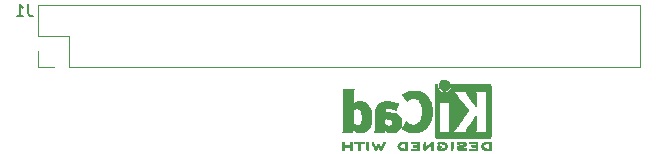
<source format=gbr>
%TF.GenerationSoftware,KiCad,Pcbnew,(5.1.6)-1*%
%TF.CreationDate,2020-09-26T17:43:19-04:00*%
%TF.ProjectId,PiOled,50694f6c-6564-42e6-9b69-6361645f7063,v1*%
%TF.SameCoordinates,Original*%
%TF.FileFunction,Legend,Bot*%
%TF.FilePolarity,Positive*%
%FSLAX46Y46*%
G04 Gerber Fmt 4.6, Leading zero omitted, Abs format (unit mm)*
G04 Created by KiCad (PCBNEW (5.1.6)-1) date 2020-09-26 17:43:19*
%MOMM*%
%LPD*%
G01*
G04 APERTURE LIST*
%ADD10C,0.010000*%
%ADD11C,0.120000*%
%ADD12C,0.150000*%
G04 APERTURE END LIST*
D10*
%TO.C,REF\u002A\u002A*%
G36*
X120546400Y-68489054D02*
G01*
X120535535Y-68602993D01*
X120503918Y-68710616D01*
X120453015Y-68809615D01*
X120384293Y-68897684D01*
X120299219Y-68972516D01*
X120202232Y-69030384D01*
X120095964Y-69070005D01*
X119988950Y-69088573D01*
X119883300Y-69087434D01*
X119781125Y-69067930D01*
X119684534Y-69031406D01*
X119595638Y-68979205D01*
X119516546Y-68912673D01*
X119449369Y-68833152D01*
X119396217Y-68741987D01*
X119359199Y-68640523D01*
X119340427Y-68530102D01*
X119338489Y-68480206D01*
X119338489Y-68392267D01*
X119286560Y-68392267D01*
X119250253Y-68395111D01*
X119223355Y-68406911D01*
X119196249Y-68430649D01*
X119157867Y-68469031D01*
X119157867Y-70660602D01*
X119157876Y-70922739D01*
X119157908Y-71163241D01*
X119157972Y-71383048D01*
X119158076Y-71583101D01*
X119158227Y-71764344D01*
X119158434Y-71927716D01*
X119158706Y-72074160D01*
X119159050Y-72204617D01*
X119159474Y-72320029D01*
X119159987Y-72421338D01*
X119160597Y-72509484D01*
X119161312Y-72585410D01*
X119162140Y-72650057D01*
X119163089Y-72704367D01*
X119164167Y-72749280D01*
X119165383Y-72785740D01*
X119166745Y-72814687D01*
X119168261Y-72837063D01*
X119169938Y-72853809D01*
X119171786Y-72865868D01*
X119173813Y-72874180D01*
X119176025Y-72879687D01*
X119177108Y-72881537D01*
X119181271Y-72888549D01*
X119184805Y-72894996D01*
X119188635Y-72900900D01*
X119193682Y-72906286D01*
X119200871Y-72911178D01*
X119211123Y-72915598D01*
X119225364Y-72919572D01*
X119244514Y-72923121D01*
X119269499Y-72926270D01*
X119301240Y-72929042D01*
X119340662Y-72931461D01*
X119388686Y-72933551D01*
X119446237Y-72935335D01*
X119514237Y-72936837D01*
X119593610Y-72938080D01*
X119685279Y-72939089D01*
X119790166Y-72939885D01*
X119909196Y-72940494D01*
X120043290Y-72940939D01*
X120193373Y-72941243D01*
X120360367Y-72941430D01*
X120545196Y-72941524D01*
X120748783Y-72941548D01*
X120972050Y-72941525D01*
X121215922Y-72941480D01*
X121481321Y-72941437D01*
X121519704Y-72941432D01*
X121786682Y-72941389D01*
X122032002Y-72941318D01*
X122256583Y-72941213D01*
X122461345Y-72941066D01*
X122647206Y-72940869D01*
X122815088Y-72940616D01*
X122965908Y-72940300D01*
X123100587Y-72939913D01*
X123220044Y-72939447D01*
X123325199Y-72938897D01*
X123416971Y-72938253D01*
X123496279Y-72937511D01*
X123564043Y-72936661D01*
X123621182Y-72935697D01*
X123668617Y-72934611D01*
X123707266Y-72933397D01*
X123738049Y-72932047D01*
X123761885Y-72930555D01*
X123779694Y-72928911D01*
X123792395Y-72927111D01*
X123800908Y-72925145D01*
X123805266Y-72923477D01*
X123813728Y-72919906D01*
X123821497Y-72917270D01*
X123828602Y-72914634D01*
X123835073Y-72911062D01*
X123840939Y-72905621D01*
X123846229Y-72897375D01*
X123850974Y-72885390D01*
X123855202Y-72868731D01*
X123858943Y-72846463D01*
X123862227Y-72817652D01*
X123865083Y-72781363D01*
X123867540Y-72736661D01*
X123869629Y-72682611D01*
X123871378Y-72618279D01*
X123872817Y-72542730D01*
X123873976Y-72455030D01*
X123874883Y-72354243D01*
X123875569Y-72239434D01*
X123876063Y-72109670D01*
X123876395Y-71964015D01*
X123876593Y-71801535D01*
X123876687Y-71621295D01*
X123876708Y-71422360D01*
X123876685Y-71203796D01*
X123876646Y-70964668D01*
X123876622Y-70704040D01*
X123876622Y-70661889D01*
X123876636Y-70398992D01*
X123876661Y-70157732D01*
X123876671Y-69937165D01*
X123876642Y-69736352D01*
X123876548Y-69554349D01*
X123876362Y-69390216D01*
X123876059Y-69243011D01*
X123875614Y-69111792D01*
X123875034Y-69001867D01*
X123572197Y-69001867D01*
X123532407Y-69059711D01*
X123521236Y-69075479D01*
X123511166Y-69089441D01*
X123502138Y-69102784D01*
X123494097Y-69116693D01*
X123486986Y-69132356D01*
X123480747Y-69150958D01*
X123475325Y-69173686D01*
X123470662Y-69201727D01*
X123466701Y-69236267D01*
X123463385Y-69278492D01*
X123460659Y-69329589D01*
X123458464Y-69390744D01*
X123456745Y-69463144D01*
X123455444Y-69547975D01*
X123454505Y-69646422D01*
X123453870Y-69759674D01*
X123453484Y-69888916D01*
X123453288Y-70035334D01*
X123453227Y-70200116D01*
X123453243Y-70384447D01*
X123453280Y-70589513D01*
X123453289Y-70712133D01*
X123453265Y-70929082D01*
X123453231Y-71124642D01*
X123453243Y-71299999D01*
X123453358Y-71456341D01*
X123453630Y-71594857D01*
X123454118Y-71716734D01*
X123454876Y-71823160D01*
X123455962Y-71915322D01*
X123457431Y-71994409D01*
X123459340Y-72061608D01*
X123461744Y-72118107D01*
X123464701Y-72165093D01*
X123468266Y-72203755D01*
X123472495Y-72235280D01*
X123477446Y-72260855D01*
X123483173Y-72281670D01*
X123489733Y-72298911D01*
X123497183Y-72313765D01*
X123505579Y-72327422D01*
X123514976Y-72341069D01*
X123525432Y-72355893D01*
X123531523Y-72364783D01*
X123570296Y-72422400D01*
X123038732Y-72422400D01*
X122915483Y-72422365D01*
X122812987Y-72422215D01*
X122729420Y-72421878D01*
X122662956Y-72421286D01*
X122611771Y-72420367D01*
X122574041Y-72419051D01*
X122547940Y-72417269D01*
X122531644Y-72414951D01*
X122523328Y-72412026D01*
X122521168Y-72408424D01*
X122523339Y-72404075D01*
X122524535Y-72402645D01*
X122549685Y-72365573D01*
X122575583Y-72312772D01*
X122599192Y-72250770D01*
X122607461Y-72224357D01*
X122612078Y-72206416D01*
X122615979Y-72185355D01*
X122619248Y-72159089D01*
X122621966Y-72125532D01*
X122624215Y-72082599D01*
X122626077Y-72028204D01*
X122627636Y-71960262D01*
X122628972Y-71876688D01*
X122630169Y-71775395D01*
X122631308Y-71654300D01*
X122631685Y-71609600D01*
X122632702Y-71484449D01*
X122633460Y-71380082D01*
X122633903Y-71294707D01*
X122633970Y-71226533D01*
X122633605Y-71173765D01*
X122632748Y-71134614D01*
X122631341Y-71107285D01*
X122629325Y-71089986D01*
X122626643Y-71080926D01*
X122623236Y-71078312D01*
X122619044Y-71080351D01*
X122614571Y-71084667D01*
X122604216Y-71097602D01*
X122582158Y-71126676D01*
X122549957Y-71169759D01*
X122509174Y-71224718D01*
X122461370Y-71289423D01*
X122408105Y-71361742D01*
X122350940Y-71439544D01*
X122291437Y-71520698D01*
X122231155Y-71603072D01*
X122171655Y-71684536D01*
X122114498Y-71762957D01*
X122061245Y-71836204D01*
X122013457Y-71902147D01*
X121972693Y-71958654D01*
X121940516Y-72003593D01*
X121918485Y-72034834D01*
X121913917Y-72041466D01*
X121890996Y-72078369D01*
X121864188Y-72126359D01*
X121838789Y-72175897D01*
X121835568Y-72182577D01*
X121813890Y-72230772D01*
X121801304Y-72268334D01*
X121795574Y-72304160D01*
X121794456Y-72346200D01*
X121795090Y-72422400D01*
X120640651Y-72422400D01*
X120731815Y-72328669D01*
X120778612Y-72278775D01*
X120828899Y-72222295D01*
X120874944Y-72168026D01*
X120895369Y-72142673D01*
X120925807Y-72103128D01*
X120965862Y-72049916D01*
X121014361Y-71984667D01*
X121070135Y-71909011D01*
X121132011Y-71824577D01*
X121198819Y-71732994D01*
X121269387Y-71635892D01*
X121342545Y-71534901D01*
X121417121Y-71431650D01*
X121491944Y-71327768D01*
X121565843Y-71224885D01*
X121637646Y-71124631D01*
X121706184Y-71028636D01*
X121770284Y-70938527D01*
X121828775Y-70855936D01*
X121880486Y-70782492D01*
X121924247Y-70719824D01*
X121958885Y-70669561D01*
X121983230Y-70633334D01*
X121996111Y-70612771D01*
X121997869Y-70608668D01*
X121989910Y-70597342D01*
X121969115Y-70570162D01*
X121936847Y-70528829D01*
X121894470Y-70475044D01*
X121843347Y-70410506D01*
X121784841Y-70336918D01*
X121720314Y-70255978D01*
X121651131Y-70169388D01*
X121578653Y-70078848D01*
X121504246Y-69986060D01*
X121444517Y-69911702D01*
X120433511Y-69911702D01*
X120427602Y-69924659D01*
X120413272Y-69946908D01*
X120412225Y-69948391D01*
X120393438Y-69978544D01*
X120373791Y-70015375D01*
X120369892Y-70023511D01*
X120366356Y-70031940D01*
X120363230Y-70042059D01*
X120360486Y-70055260D01*
X120358092Y-70072938D01*
X120356019Y-70096484D01*
X120354235Y-70127293D01*
X120352712Y-70166757D01*
X120351419Y-70216269D01*
X120350326Y-70277223D01*
X120349403Y-70351011D01*
X120348619Y-70439028D01*
X120347945Y-70542665D01*
X120347350Y-70663316D01*
X120346805Y-70802374D01*
X120346279Y-70961232D01*
X120345745Y-71140089D01*
X120345206Y-71325207D01*
X120344772Y-71489145D01*
X120344509Y-71633303D01*
X120344484Y-71759079D01*
X120344765Y-71867871D01*
X120345419Y-71961077D01*
X120346514Y-72040097D01*
X120348118Y-72106328D01*
X120350297Y-72161170D01*
X120353119Y-72206021D01*
X120356651Y-72242278D01*
X120360961Y-72271341D01*
X120366117Y-72294609D01*
X120372185Y-72313479D01*
X120379233Y-72329351D01*
X120387329Y-72343622D01*
X120396540Y-72357691D01*
X120405040Y-72370158D01*
X120422176Y-72396452D01*
X120432322Y-72414037D01*
X120433511Y-72417257D01*
X120422604Y-72418334D01*
X120391411Y-72419335D01*
X120342223Y-72420235D01*
X120277333Y-72421010D01*
X120199030Y-72421637D01*
X120109607Y-72422091D01*
X120011356Y-72422349D01*
X119942445Y-72422400D01*
X119837452Y-72422180D01*
X119740610Y-72421548D01*
X119654107Y-72420549D01*
X119580132Y-72419227D01*
X119520874Y-72417626D01*
X119478520Y-72415791D01*
X119455260Y-72413765D01*
X119451378Y-72412493D01*
X119459076Y-72397591D01*
X119467074Y-72389560D01*
X119480246Y-72372434D01*
X119497485Y-72342183D01*
X119509407Y-72317622D01*
X119536045Y-72258711D01*
X119539120Y-71081845D01*
X119542195Y-69904978D01*
X119987853Y-69904978D01*
X120085670Y-69905142D01*
X120176064Y-69905611D01*
X120256630Y-69906347D01*
X120324962Y-69907316D01*
X120378656Y-69908480D01*
X120415305Y-69909803D01*
X120432504Y-69911249D01*
X120433511Y-69911702D01*
X121444517Y-69911702D01*
X121429270Y-69892722D01*
X121355090Y-69800537D01*
X121283069Y-69711204D01*
X121214569Y-69626424D01*
X121150955Y-69547898D01*
X121093588Y-69477326D01*
X121043833Y-69416409D01*
X121003052Y-69366847D01*
X120985888Y-69346178D01*
X120899596Y-69245516D01*
X120822997Y-69162259D01*
X120754183Y-69094438D01*
X120691248Y-69040089D01*
X120681867Y-69032722D01*
X120642356Y-69002117D01*
X121774116Y-69001867D01*
X121768827Y-69049844D01*
X121772130Y-69107188D01*
X121793661Y-69175463D01*
X121833635Y-69255212D01*
X121878943Y-69327495D01*
X121895161Y-69350140D01*
X121923214Y-69387696D01*
X121961430Y-69438021D01*
X122008137Y-69498973D01*
X122061661Y-69568411D01*
X122120331Y-69644194D01*
X122182475Y-69724180D01*
X122246421Y-69806228D01*
X122310495Y-69888196D01*
X122373027Y-69967943D01*
X122432343Y-70043327D01*
X122486771Y-70112207D01*
X122534639Y-70172442D01*
X122574275Y-70221889D01*
X122604006Y-70258408D01*
X122622161Y-70279858D01*
X122625220Y-70283156D01*
X122628079Y-70275149D01*
X122630293Y-70244855D01*
X122631857Y-70192556D01*
X122632767Y-70118531D01*
X122633020Y-70023063D01*
X122632613Y-69906434D01*
X122631704Y-69786445D01*
X122630382Y-69654333D01*
X122628857Y-69542594D01*
X122626881Y-69449025D01*
X122624206Y-69371419D01*
X122620582Y-69307574D01*
X122615761Y-69255283D01*
X122609494Y-69212344D01*
X122601532Y-69176551D01*
X122591627Y-69145700D01*
X122579531Y-69117586D01*
X122564993Y-69090005D01*
X122550311Y-69064966D01*
X122512314Y-69001867D01*
X123572197Y-69001867D01*
X123875034Y-69001867D01*
X123875001Y-68995617D01*
X123874195Y-68893544D01*
X123873170Y-68804633D01*
X123871900Y-68727941D01*
X123870360Y-68662527D01*
X123868524Y-68607449D01*
X123866367Y-68561765D01*
X123863863Y-68524534D01*
X123860987Y-68494813D01*
X123857713Y-68471662D01*
X123854015Y-68454139D01*
X123849869Y-68441301D01*
X123845247Y-68432208D01*
X123840126Y-68425918D01*
X123834478Y-68421488D01*
X123828279Y-68417978D01*
X123821504Y-68414445D01*
X123815508Y-68410876D01*
X123810275Y-68408300D01*
X123802099Y-68405972D01*
X123789886Y-68403878D01*
X123772541Y-68402007D01*
X123748969Y-68400347D01*
X123718077Y-68398884D01*
X123678768Y-68397608D01*
X123629950Y-68396504D01*
X123570527Y-68395561D01*
X123499404Y-68394767D01*
X123415488Y-68394109D01*
X123317683Y-68393575D01*
X123204894Y-68393153D01*
X123076029Y-68392829D01*
X122929991Y-68392592D01*
X122765686Y-68392430D01*
X122582020Y-68392330D01*
X122377897Y-68392280D01*
X122166753Y-68392267D01*
X120546400Y-68392267D01*
X120546400Y-68489054D01*
G37*
X120546400Y-68489054D02*
X120535535Y-68602993D01*
X120503918Y-68710616D01*
X120453015Y-68809615D01*
X120384293Y-68897684D01*
X120299219Y-68972516D01*
X120202232Y-69030384D01*
X120095964Y-69070005D01*
X119988950Y-69088573D01*
X119883300Y-69087434D01*
X119781125Y-69067930D01*
X119684534Y-69031406D01*
X119595638Y-68979205D01*
X119516546Y-68912673D01*
X119449369Y-68833152D01*
X119396217Y-68741987D01*
X119359199Y-68640523D01*
X119340427Y-68530102D01*
X119338489Y-68480206D01*
X119338489Y-68392267D01*
X119286560Y-68392267D01*
X119250253Y-68395111D01*
X119223355Y-68406911D01*
X119196249Y-68430649D01*
X119157867Y-68469031D01*
X119157867Y-70660602D01*
X119157876Y-70922739D01*
X119157908Y-71163241D01*
X119157972Y-71383048D01*
X119158076Y-71583101D01*
X119158227Y-71764344D01*
X119158434Y-71927716D01*
X119158706Y-72074160D01*
X119159050Y-72204617D01*
X119159474Y-72320029D01*
X119159987Y-72421338D01*
X119160597Y-72509484D01*
X119161312Y-72585410D01*
X119162140Y-72650057D01*
X119163089Y-72704367D01*
X119164167Y-72749280D01*
X119165383Y-72785740D01*
X119166745Y-72814687D01*
X119168261Y-72837063D01*
X119169938Y-72853809D01*
X119171786Y-72865868D01*
X119173813Y-72874180D01*
X119176025Y-72879687D01*
X119177108Y-72881537D01*
X119181271Y-72888549D01*
X119184805Y-72894996D01*
X119188635Y-72900900D01*
X119193682Y-72906286D01*
X119200871Y-72911178D01*
X119211123Y-72915598D01*
X119225364Y-72919572D01*
X119244514Y-72923121D01*
X119269499Y-72926270D01*
X119301240Y-72929042D01*
X119340662Y-72931461D01*
X119388686Y-72933551D01*
X119446237Y-72935335D01*
X119514237Y-72936837D01*
X119593610Y-72938080D01*
X119685279Y-72939089D01*
X119790166Y-72939885D01*
X119909196Y-72940494D01*
X120043290Y-72940939D01*
X120193373Y-72941243D01*
X120360367Y-72941430D01*
X120545196Y-72941524D01*
X120748783Y-72941548D01*
X120972050Y-72941525D01*
X121215922Y-72941480D01*
X121481321Y-72941437D01*
X121519704Y-72941432D01*
X121786682Y-72941389D01*
X122032002Y-72941318D01*
X122256583Y-72941213D01*
X122461345Y-72941066D01*
X122647206Y-72940869D01*
X122815088Y-72940616D01*
X122965908Y-72940300D01*
X123100587Y-72939913D01*
X123220044Y-72939447D01*
X123325199Y-72938897D01*
X123416971Y-72938253D01*
X123496279Y-72937511D01*
X123564043Y-72936661D01*
X123621182Y-72935697D01*
X123668617Y-72934611D01*
X123707266Y-72933397D01*
X123738049Y-72932047D01*
X123761885Y-72930555D01*
X123779694Y-72928911D01*
X123792395Y-72927111D01*
X123800908Y-72925145D01*
X123805266Y-72923477D01*
X123813728Y-72919906D01*
X123821497Y-72917270D01*
X123828602Y-72914634D01*
X123835073Y-72911062D01*
X123840939Y-72905621D01*
X123846229Y-72897375D01*
X123850974Y-72885390D01*
X123855202Y-72868731D01*
X123858943Y-72846463D01*
X123862227Y-72817652D01*
X123865083Y-72781363D01*
X123867540Y-72736661D01*
X123869629Y-72682611D01*
X123871378Y-72618279D01*
X123872817Y-72542730D01*
X123873976Y-72455030D01*
X123874883Y-72354243D01*
X123875569Y-72239434D01*
X123876063Y-72109670D01*
X123876395Y-71964015D01*
X123876593Y-71801535D01*
X123876687Y-71621295D01*
X123876708Y-71422360D01*
X123876685Y-71203796D01*
X123876646Y-70964668D01*
X123876622Y-70704040D01*
X123876622Y-70661889D01*
X123876636Y-70398992D01*
X123876661Y-70157732D01*
X123876671Y-69937165D01*
X123876642Y-69736352D01*
X123876548Y-69554349D01*
X123876362Y-69390216D01*
X123876059Y-69243011D01*
X123875614Y-69111792D01*
X123875034Y-69001867D01*
X123572197Y-69001867D01*
X123532407Y-69059711D01*
X123521236Y-69075479D01*
X123511166Y-69089441D01*
X123502138Y-69102784D01*
X123494097Y-69116693D01*
X123486986Y-69132356D01*
X123480747Y-69150958D01*
X123475325Y-69173686D01*
X123470662Y-69201727D01*
X123466701Y-69236267D01*
X123463385Y-69278492D01*
X123460659Y-69329589D01*
X123458464Y-69390744D01*
X123456745Y-69463144D01*
X123455444Y-69547975D01*
X123454505Y-69646422D01*
X123453870Y-69759674D01*
X123453484Y-69888916D01*
X123453288Y-70035334D01*
X123453227Y-70200116D01*
X123453243Y-70384447D01*
X123453280Y-70589513D01*
X123453289Y-70712133D01*
X123453265Y-70929082D01*
X123453231Y-71124642D01*
X123453243Y-71299999D01*
X123453358Y-71456341D01*
X123453630Y-71594857D01*
X123454118Y-71716734D01*
X123454876Y-71823160D01*
X123455962Y-71915322D01*
X123457431Y-71994409D01*
X123459340Y-72061608D01*
X123461744Y-72118107D01*
X123464701Y-72165093D01*
X123468266Y-72203755D01*
X123472495Y-72235280D01*
X123477446Y-72260855D01*
X123483173Y-72281670D01*
X123489733Y-72298911D01*
X123497183Y-72313765D01*
X123505579Y-72327422D01*
X123514976Y-72341069D01*
X123525432Y-72355893D01*
X123531523Y-72364783D01*
X123570296Y-72422400D01*
X123038732Y-72422400D01*
X122915483Y-72422365D01*
X122812987Y-72422215D01*
X122729420Y-72421878D01*
X122662956Y-72421286D01*
X122611771Y-72420367D01*
X122574041Y-72419051D01*
X122547940Y-72417269D01*
X122531644Y-72414951D01*
X122523328Y-72412026D01*
X122521168Y-72408424D01*
X122523339Y-72404075D01*
X122524535Y-72402645D01*
X122549685Y-72365573D01*
X122575583Y-72312772D01*
X122599192Y-72250770D01*
X122607461Y-72224357D01*
X122612078Y-72206416D01*
X122615979Y-72185355D01*
X122619248Y-72159089D01*
X122621966Y-72125532D01*
X122624215Y-72082599D01*
X122626077Y-72028204D01*
X122627636Y-71960262D01*
X122628972Y-71876688D01*
X122630169Y-71775395D01*
X122631308Y-71654300D01*
X122631685Y-71609600D01*
X122632702Y-71484449D01*
X122633460Y-71380082D01*
X122633903Y-71294707D01*
X122633970Y-71226533D01*
X122633605Y-71173765D01*
X122632748Y-71134614D01*
X122631341Y-71107285D01*
X122629325Y-71089986D01*
X122626643Y-71080926D01*
X122623236Y-71078312D01*
X122619044Y-71080351D01*
X122614571Y-71084667D01*
X122604216Y-71097602D01*
X122582158Y-71126676D01*
X122549957Y-71169759D01*
X122509174Y-71224718D01*
X122461370Y-71289423D01*
X122408105Y-71361742D01*
X122350940Y-71439544D01*
X122291437Y-71520698D01*
X122231155Y-71603072D01*
X122171655Y-71684536D01*
X122114498Y-71762957D01*
X122061245Y-71836204D01*
X122013457Y-71902147D01*
X121972693Y-71958654D01*
X121940516Y-72003593D01*
X121918485Y-72034834D01*
X121913917Y-72041466D01*
X121890996Y-72078369D01*
X121864188Y-72126359D01*
X121838789Y-72175897D01*
X121835568Y-72182577D01*
X121813890Y-72230772D01*
X121801304Y-72268334D01*
X121795574Y-72304160D01*
X121794456Y-72346200D01*
X121795090Y-72422400D01*
X120640651Y-72422400D01*
X120731815Y-72328669D01*
X120778612Y-72278775D01*
X120828899Y-72222295D01*
X120874944Y-72168026D01*
X120895369Y-72142673D01*
X120925807Y-72103128D01*
X120965862Y-72049916D01*
X121014361Y-71984667D01*
X121070135Y-71909011D01*
X121132011Y-71824577D01*
X121198819Y-71732994D01*
X121269387Y-71635892D01*
X121342545Y-71534901D01*
X121417121Y-71431650D01*
X121491944Y-71327768D01*
X121565843Y-71224885D01*
X121637646Y-71124631D01*
X121706184Y-71028636D01*
X121770284Y-70938527D01*
X121828775Y-70855936D01*
X121880486Y-70782492D01*
X121924247Y-70719824D01*
X121958885Y-70669561D01*
X121983230Y-70633334D01*
X121996111Y-70612771D01*
X121997869Y-70608668D01*
X121989910Y-70597342D01*
X121969115Y-70570162D01*
X121936847Y-70528829D01*
X121894470Y-70475044D01*
X121843347Y-70410506D01*
X121784841Y-70336918D01*
X121720314Y-70255978D01*
X121651131Y-70169388D01*
X121578653Y-70078848D01*
X121504246Y-69986060D01*
X121444517Y-69911702D01*
X120433511Y-69911702D01*
X120427602Y-69924659D01*
X120413272Y-69946908D01*
X120412225Y-69948391D01*
X120393438Y-69978544D01*
X120373791Y-70015375D01*
X120369892Y-70023511D01*
X120366356Y-70031940D01*
X120363230Y-70042059D01*
X120360486Y-70055260D01*
X120358092Y-70072938D01*
X120356019Y-70096484D01*
X120354235Y-70127293D01*
X120352712Y-70166757D01*
X120351419Y-70216269D01*
X120350326Y-70277223D01*
X120349403Y-70351011D01*
X120348619Y-70439028D01*
X120347945Y-70542665D01*
X120347350Y-70663316D01*
X120346805Y-70802374D01*
X120346279Y-70961232D01*
X120345745Y-71140089D01*
X120345206Y-71325207D01*
X120344772Y-71489145D01*
X120344509Y-71633303D01*
X120344484Y-71759079D01*
X120344765Y-71867871D01*
X120345419Y-71961077D01*
X120346514Y-72040097D01*
X120348118Y-72106328D01*
X120350297Y-72161170D01*
X120353119Y-72206021D01*
X120356651Y-72242278D01*
X120360961Y-72271341D01*
X120366117Y-72294609D01*
X120372185Y-72313479D01*
X120379233Y-72329351D01*
X120387329Y-72343622D01*
X120396540Y-72357691D01*
X120405040Y-72370158D01*
X120422176Y-72396452D01*
X120432322Y-72414037D01*
X120433511Y-72417257D01*
X120422604Y-72418334D01*
X120391411Y-72419335D01*
X120342223Y-72420235D01*
X120277333Y-72421010D01*
X120199030Y-72421637D01*
X120109607Y-72422091D01*
X120011356Y-72422349D01*
X119942445Y-72422400D01*
X119837452Y-72422180D01*
X119740610Y-72421548D01*
X119654107Y-72420549D01*
X119580132Y-72419227D01*
X119520874Y-72417626D01*
X119478520Y-72415791D01*
X119455260Y-72413765D01*
X119451378Y-72412493D01*
X119459076Y-72397591D01*
X119467074Y-72389560D01*
X119480246Y-72372434D01*
X119497485Y-72342183D01*
X119509407Y-72317622D01*
X119536045Y-72258711D01*
X119539120Y-71081845D01*
X119542195Y-69904978D01*
X119987853Y-69904978D01*
X120085670Y-69905142D01*
X120176064Y-69905611D01*
X120256630Y-69906347D01*
X120324962Y-69907316D01*
X120378656Y-69908480D01*
X120415305Y-69909803D01*
X120432504Y-69911249D01*
X120433511Y-69911702D01*
X121444517Y-69911702D01*
X121429270Y-69892722D01*
X121355090Y-69800537D01*
X121283069Y-69711204D01*
X121214569Y-69626424D01*
X121150955Y-69547898D01*
X121093588Y-69477326D01*
X121043833Y-69416409D01*
X121003052Y-69366847D01*
X120985888Y-69346178D01*
X120899596Y-69245516D01*
X120822997Y-69162259D01*
X120754183Y-69094438D01*
X120691248Y-69040089D01*
X120681867Y-69032722D01*
X120642356Y-69002117D01*
X121774116Y-69001867D01*
X121768827Y-69049844D01*
X121772130Y-69107188D01*
X121793661Y-69175463D01*
X121833635Y-69255212D01*
X121878943Y-69327495D01*
X121895161Y-69350140D01*
X121923214Y-69387696D01*
X121961430Y-69438021D01*
X122008137Y-69498973D01*
X122061661Y-69568411D01*
X122120331Y-69644194D01*
X122182475Y-69724180D01*
X122246421Y-69806228D01*
X122310495Y-69888196D01*
X122373027Y-69967943D01*
X122432343Y-70043327D01*
X122486771Y-70112207D01*
X122534639Y-70172442D01*
X122574275Y-70221889D01*
X122604006Y-70258408D01*
X122622161Y-70279858D01*
X122625220Y-70283156D01*
X122628079Y-70275149D01*
X122630293Y-70244855D01*
X122631857Y-70192556D01*
X122632767Y-70118531D01*
X122633020Y-70023063D01*
X122632613Y-69906434D01*
X122631704Y-69786445D01*
X122630382Y-69654333D01*
X122628857Y-69542594D01*
X122626881Y-69449025D01*
X122624206Y-69371419D01*
X122620582Y-69307574D01*
X122615761Y-69255283D01*
X122609494Y-69212344D01*
X122601532Y-69176551D01*
X122591627Y-69145700D01*
X122579531Y-69117586D01*
X122564993Y-69090005D01*
X122550311Y-69064966D01*
X122512314Y-69001867D01*
X123572197Y-69001867D01*
X123875034Y-69001867D01*
X123875001Y-68995617D01*
X123874195Y-68893544D01*
X123873170Y-68804633D01*
X123871900Y-68727941D01*
X123870360Y-68662527D01*
X123868524Y-68607449D01*
X123866367Y-68561765D01*
X123863863Y-68524534D01*
X123860987Y-68494813D01*
X123857713Y-68471662D01*
X123854015Y-68454139D01*
X123849869Y-68441301D01*
X123845247Y-68432208D01*
X123840126Y-68425918D01*
X123834478Y-68421488D01*
X123828279Y-68417978D01*
X123821504Y-68414445D01*
X123815508Y-68410876D01*
X123810275Y-68408300D01*
X123802099Y-68405972D01*
X123789886Y-68403878D01*
X123772541Y-68402007D01*
X123748969Y-68400347D01*
X123718077Y-68398884D01*
X123678768Y-68397608D01*
X123629950Y-68396504D01*
X123570527Y-68395561D01*
X123499404Y-68394767D01*
X123415488Y-68394109D01*
X123317683Y-68393575D01*
X123204894Y-68393153D01*
X123076029Y-68392829D01*
X122929991Y-68392592D01*
X122765686Y-68392430D01*
X122582020Y-68392330D01*
X122377897Y-68392280D01*
X122166753Y-68392267D01*
X120546400Y-68392267D01*
X120546400Y-68489054D01*
G36*
X117271571Y-68949071D02*
G01*
X117111430Y-68970245D01*
X116947490Y-69010385D01*
X116777687Y-69069889D01*
X116599957Y-69149154D01*
X116588690Y-69154699D01*
X116530995Y-69182725D01*
X116479448Y-69206802D01*
X116437809Y-69225249D01*
X116409838Y-69236386D01*
X116400267Y-69238933D01*
X116381050Y-69243941D01*
X116376439Y-69248147D01*
X116381542Y-69258580D01*
X116397582Y-69284868D01*
X116422712Y-69324257D01*
X116455086Y-69373991D01*
X116492857Y-69431315D01*
X116534178Y-69493476D01*
X116577202Y-69557718D01*
X116620083Y-69621285D01*
X116660974Y-69681425D01*
X116698029Y-69735380D01*
X116729400Y-69780397D01*
X116753241Y-69813721D01*
X116767706Y-69832597D01*
X116769691Y-69834787D01*
X116779809Y-69830138D01*
X116802150Y-69812962D01*
X116832720Y-69786440D01*
X116848464Y-69771964D01*
X116944953Y-69696682D01*
X117051664Y-69641241D01*
X117167168Y-69606141D01*
X117290038Y-69591880D01*
X117359439Y-69593051D01*
X117480577Y-69610212D01*
X117589795Y-69646094D01*
X117687418Y-69700959D01*
X117773772Y-69775070D01*
X117849185Y-69868688D01*
X117913982Y-69982076D01*
X117951399Y-70068667D01*
X117995252Y-70204366D01*
X118027572Y-70351850D01*
X118048443Y-70507314D01*
X118057949Y-70666956D01*
X118056173Y-70826973D01*
X118043197Y-70983561D01*
X118019106Y-71132918D01*
X117983982Y-71271240D01*
X117937908Y-71394724D01*
X117921627Y-71428978D01*
X117853380Y-71543064D01*
X117772921Y-71639557D01*
X117681430Y-71717670D01*
X117580089Y-71776617D01*
X117470080Y-71815612D01*
X117352585Y-71833868D01*
X117311117Y-71835211D01*
X117189559Y-71824290D01*
X117069122Y-71791474D01*
X116951334Y-71737439D01*
X116837723Y-71662865D01*
X116746315Y-71584539D01*
X116699785Y-71540008D01*
X116518517Y-71837271D01*
X116473420Y-71911433D01*
X116432181Y-71979646D01*
X116396265Y-72039459D01*
X116367134Y-72088420D01*
X116346250Y-72124079D01*
X116335076Y-72143984D01*
X116333625Y-72147079D01*
X116341854Y-72156718D01*
X116367433Y-72173999D01*
X116407127Y-72197283D01*
X116457703Y-72224934D01*
X116515926Y-72255315D01*
X116578563Y-72286790D01*
X116642379Y-72317722D01*
X116704140Y-72346473D01*
X116760612Y-72371408D01*
X116808562Y-72390889D01*
X116832014Y-72399318D01*
X116965779Y-72437133D01*
X117103673Y-72462136D01*
X117251378Y-72475140D01*
X117378167Y-72477468D01*
X117446122Y-72476373D01*
X117511723Y-72474275D01*
X117569153Y-72471434D01*
X117612597Y-72468106D01*
X117626702Y-72466422D01*
X117765716Y-72437587D01*
X117907243Y-72392468D01*
X118044725Y-72333750D01*
X118171606Y-72264120D01*
X118249111Y-72211441D01*
X118376519Y-72103239D01*
X118494822Y-71976671D01*
X118601828Y-71834866D01*
X118695348Y-71680951D01*
X118773190Y-71518053D01*
X118817044Y-71400756D01*
X118867292Y-71217128D01*
X118900791Y-71022581D01*
X118917551Y-70821325D01*
X118917584Y-70617568D01*
X118900899Y-70415521D01*
X118867507Y-70219392D01*
X118817420Y-70033391D01*
X118813603Y-70021803D01*
X118750719Y-69859750D01*
X118673972Y-69711832D01*
X118580758Y-69573865D01*
X118468473Y-69441661D01*
X118424608Y-69396399D01*
X118288466Y-69272457D01*
X118148509Y-69169915D01*
X118002589Y-69087656D01*
X117848558Y-69024564D01*
X117684268Y-68979523D01*
X117588711Y-68962033D01*
X117429977Y-68946466D01*
X117271571Y-68949071D01*
G37*
X117271571Y-68949071D02*
X117111430Y-68970245D01*
X116947490Y-69010385D01*
X116777687Y-69069889D01*
X116599957Y-69149154D01*
X116588690Y-69154699D01*
X116530995Y-69182725D01*
X116479448Y-69206802D01*
X116437809Y-69225249D01*
X116409838Y-69236386D01*
X116400267Y-69238933D01*
X116381050Y-69243941D01*
X116376439Y-69248147D01*
X116381542Y-69258580D01*
X116397582Y-69284868D01*
X116422712Y-69324257D01*
X116455086Y-69373991D01*
X116492857Y-69431315D01*
X116534178Y-69493476D01*
X116577202Y-69557718D01*
X116620083Y-69621285D01*
X116660974Y-69681425D01*
X116698029Y-69735380D01*
X116729400Y-69780397D01*
X116753241Y-69813721D01*
X116767706Y-69832597D01*
X116769691Y-69834787D01*
X116779809Y-69830138D01*
X116802150Y-69812962D01*
X116832720Y-69786440D01*
X116848464Y-69771964D01*
X116944953Y-69696682D01*
X117051664Y-69641241D01*
X117167168Y-69606141D01*
X117290038Y-69591880D01*
X117359439Y-69593051D01*
X117480577Y-69610212D01*
X117589795Y-69646094D01*
X117687418Y-69700959D01*
X117773772Y-69775070D01*
X117849185Y-69868688D01*
X117913982Y-69982076D01*
X117951399Y-70068667D01*
X117995252Y-70204366D01*
X118027572Y-70351850D01*
X118048443Y-70507314D01*
X118057949Y-70666956D01*
X118056173Y-70826973D01*
X118043197Y-70983561D01*
X118019106Y-71132918D01*
X117983982Y-71271240D01*
X117937908Y-71394724D01*
X117921627Y-71428978D01*
X117853380Y-71543064D01*
X117772921Y-71639557D01*
X117681430Y-71717670D01*
X117580089Y-71776617D01*
X117470080Y-71815612D01*
X117352585Y-71833868D01*
X117311117Y-71835211D01*
X117189559Y-71824290D01*
X117069122Y-71791474D01*
X116951334Y-71737439D01*
X116837723Y-71662865D01*
X116746315Y-71584539D01*
X116699785Y-71540008D01*
X116518517Y-71837271D01*
X116473420Y-71911433D01*
X116432181Y-71979646D01*
X116396265Y-72039459D01*
X116367134Y-72088420D01*
X116346250Y-72124079D01*
X116335076Y-72143984D01*
X116333625Y-72147079D01*
X116341854Y-72156718D01*
X116367433Y-72173999D01*
X116407127Y-72197283D01*
X116457703Y-72224934D01*
X116515926Y-72255315D01*
X116578563Y-72286790D01*
X116642379Y-72317722D01*
X116704140Y-72346473D01*
X116760612Y-72371408D01*
X116808562Y-72390889D01*
X116832014Y-72399318D01*
X116965779Y-72437133D01*
X117103673Y-72462136D01*
X117251378Y-72475140D01*
X117378167Y-72477468D01*
X117446122Y-72476373D01*
X117511723Y-72474275D01*
X117569153Y-72471434D01*
X117612597Y-72468106D01*
X117626702Y-72466422D01*
X117765716Y-72437587D01*
X117907243Y-72392468D01*
X118044725Y-72333750D01*
X118171606Y-72264120D01*
X118249111Y-72211441D01*
X118376519Y-72103239D01*
X118494822Y-71976671D01*
X118601828Y-71834866D01*
X118695348Y-71680951D01*
X118773190Y-71518053D01*
X118817044Y-71400756D01*
X118867292Y-71217128D01*
X118900791Y-71022581D01*
X118917551Y-70821325D01*
X118917584Y-70617568D01*
X118900899Y-70415521D01*
X118867507Y-70219392D01*
X118817420Y-70033391D01*
X118813603Y-70021803D01*
X118750719Y-69859750D01*
X118673972Y-69711832D01*
X118580758Y-69573865D01*
X118468473Y-69441661D01*
X118424608Y-69396399D01*
X118288466Y-69272457D01*
X118148509Y-69169915D01*
X118002589Y-69087656D01*
X117848558Y-69024564D01*
X117684268Y-68979523D01*
X117588711Y-68962033D01*
X117429977Y-68946466D01*
X117271571Y-68949071D01*
G36*
X114926426Y-69866552D02*
G01*
X114774508Y-69886567D01*
X114639244Y-69920202D01*
X114519761Y-69967725D01*
X114415185Y-70029405D01*
X114337576Y-70092965D01*
X114268735Y-70167099D01*
X114214994Y-70246871D01*
X114172090Y-70339091D01*
X114156616Y-70382161D01*
X114143756Y-70421142D01*
X114132554Y-70457289D01*
X114122880Y-70492434D01*
X114114604Y-70528410D01*
X114107597Y-70567050D01*
X114101728Y-70610185D01*
X114096869Y-70659649D01*
X114092890Y-70717273D01*
X114089660Y-70784891D01*
X114087051Y-70864334D01*
X114084933Y-70957436D01*
X114083176Y-71066027D01*
X114081651Y-71191942D01*
X114080228Y-71337012D01*
X114078975Y-71479778D01*
X114077649Y-71635968D01*
X114076444Y-71771239D01*
X114075234Y-71887246D01*
X114073894Y-71985645D01*
X114072300Y-72068093D01*
X114070325Y-72136246D01*
X114067844Y-72191760D01*
X114064731Y-72236292D01*
X114060862Y-72271498D01*
X114056111Y-72299034D01*
X114050352Y-72320556D01*
X114043461Y-72337722D01*
X114035311Y-72352186D01*
X114025777Y-72365606D01*
X114014734Y-72379638D01*
X114010434Y-72385071D01*
X113994614Y-72407910D01*
X113987578Y-72423463D01*
X113987556Y-72423922D01*
X113998433Y-72426121D01*
X114029418Y-72428147D01*
X114078043Y-72429942D01*
X114141837Y-72431451D01*
X114218331Y-72432616D01*
X114305056Y-72433380D01*
X114399543Y-72433686D01*
X114410450Y-72433689D01*
X114833343Y-72433689D01*
X114836605Y-72337622D01*
X114839867Y-72241556D01*
X114901956Y-72292543D01*
X114999286Y-72360057D01*
X115109187Y-72414749D01*
X115195651Y-72444978D01*
X115264722Y-72459666D01*
X115348075Y-72469659D01*
X115437841Y-72474646D01*
X115526155Y-72474313D01*
X115605149Y-72468351D01*
X115641378Y-72462638D01*
X115781397Y-72424776D01*
X115907822Y-72369932D01*
X116019740Y-72298924D01*
X116116238Y-72212568D01*
X116196400Y-72111679D01*
X116259313Y-71997076D01*
X116303688Y-71870984D01*
X116316022Y-71814401D01*
X116323632Y-71752202D01*
X116327261Y-71677363D01*
X116327755Y-71643467D01*
X116327690Y-71640282D01*
X115567752Y-71640282D01*
X115558459Y-71715333D01*
X115530272Y-71779160D01*
X115481803Y-71834798D01*
X115476746Y-71839211D01*
X115428452Y-71874037D01*
X115376743Y-71896620D01*
X115316011Y-71908540D01*
X115240648Y-71911383D01*
X115222541Y-71910978D01*
X115168722Y-71908325D01*
X115128692Y-71902909D01*
X115093676Y-71892745D01*
X115054897Y-71875850D01*
X115044255Y-71870672D01*
X114983604Y-71834844D01*
X114936785Y-71792212D01*
X114924048Y-71776973D01*
X114879378Y-71720462D01*
X114879378Y-71524586D01*
X114879914Y-71445939D01*
X114881604Y-71387988D01*
X114884572Y-71348875D01*
X114888943Y-71326741D01*
X114893028Y-71320274D01*
X114908953Y-71317111D01*
X114942736Y-71314488D01*
X114989660Y-71312655D01*
X115045007Y-71311857D01*
X115053894Y-71311842D01*
X115174670Y-71317096D01*
X115277340Y-71333263D01*
X115363894Y-71360961D01*
X115436319Y-71400808D01*
X115491249Y-71447758D01*
X115535796Y-71505645D01*
X115560520Y-71568693D01*
X115567752Y-71640282D01*
X116327690Y-71640282D01*
X116325822Y-71549712D01*
X116317478Y-71470812D01*
X116301232Y-71399590D01*
X116275595Y-71328864D01*
X116251599Y-71276493D01*
X116192980Y-71181196D01*
X116114883Y-71093170D01*
X116019685Y-71014017D01*
X115909762Y-70945340D01*
X115787490Y-70888741D01*
X115655245Y-70845821D01*
X115590578Y-70830882D01*
X115454396Y-70808777D01*
X115305951Y-70794194D01*
X115154495Y-70787813D01*
X115027936Y-70789445D01*
X114866050Y-70796224D01*
X114873470Y-70737245D01*
X114892762Y-70638092D01*
X114923896Y-70557372D01*
X114967731Y-70494466D01*
X115025129Y-70448756D01*
X115096952Y-70419622D01*
X115184059Y-70406447D01*
X115287314Y-70408611D01*
X115325289Y-70412612D01*
X115466480Y-70437780D01*
X115603293Y-70478814D01*
X115697822Y-70516815D01*
X115742982Y-70536190D01*
X115781415Y-70551760D01*
X115807766Y-70561405D01*
X115815454Y-70563452D01*
X115825198Y-70554374D01*
X115841917Y-70525405D01*
X115865768Y-70476217D01*
X115896907Y-70406484D01*
X115935493Y-70315879D01*
X115942090Y-70300089D01*
X115972147Y-70227772D01*
X115999126Y-70162425D01*
X116021864Y-70106906D01*
X116039194Y-70064072D01*
X116049952Y-70036781D01*
X116053059Y-70027942D01*
X116043060Y-70023187D01*
X116016783Y-70017910D01*
X115988511Y-70014231D01*
X115958354Y-70009474D01*
X115910567Y-70000028D01*
X115849388Y-69986820D01*
X115779054Y-69970776D01*
X115703806Y-69952820D01*
X115675245Y-69945797D01*
X115570184Y-69920209D01*
X115482520Y-69900147D01*
X115407932Y-69884969D01*
X115342097Y-69874035D01*
X115280693Y-69866704D01*
X115219398Y-69862335D01*
X115153890Y-69860287D01*
X115095872Y-69859889D01*
X114926426Y-69866552D01*
G37*
X114926426Y-69866552D02*
X114774508Y-69886567D01*
X114639244Y-69920202D01*
X114519761Y-69967725D01*
X114415185Y-70029405D01*
X114337576Y-70092965D01*
X114268735Y-70167099D01*
X114214994Y-70246871D01*
X114172090Y-70339091D01*
X114156616Y-70382161D01*
X114143756Y-70421142D01*
X114132554Y-70457289D01*
X114122880Y-70492434D01*
X114114604Y-70528410D01*
X114107597Y-70567050D01*
X114101728Y-70610185D01*
X114096869Y-70659649D01*
X114092890Y-70717273D01*
X114089660Y-70784891D01*
X114087051Y-70864334D01*
X114084933Y-70957436D01*
X114083176Y-71066027D01*
X114081651Y-71191942D01*
X114080228Y-71337012D01*
X114078975Y-71479778D01*
X114077649Y-71635968D01*
X114076444Y-71771239D01*
X114075234Y-71887246D01*
X114073894Y-71985645D01*
X114072300Y-72068093D01*
X114070325Y-72136246D01*
X114067844Y-72191760D01*
X114064731Y-72236292D01*
X114060862Y-72271498D01*
X114056111Y-72299034D01*
X114050352Y-72320556D01*
X114043461Y-72337722D01*
X114035311Y-72352186D01*
X114025777Y-72365606D01*
X114014734Y-72379638D01*
X114010434Y-72385071D01*
X113994614Y-72407910D01*
X113987578Y-72423463D01*
X113987556Y-72423922D01*
X113998433Y-72426121D01*
X114029418Y-72428147D01*
X114078043Y-72429942D01*
X114141837Y-72431451D01*
X114218331Y-72432616D01*
X114305056Y-72433380D01*
X114399543Y-72433686D01*
X114410450Y-72433689D01*
X114833343Y-72433689D01*
X114836605Y-72337622D01*
X114839867Y-72241556D01*
X114901956Y-72292543D01*
X114999286Y-72360057D01*
X115109187Y-72414749D01*
X115195651Y-72444978D01*
X115264722Y-72459666D01*
X115348075Y-72469659D01*
X115437841Y-72474646D01*
X115526155Y-72474313D01*
X115605149Y-72468351D01*
X115641378Y-72462638D01*
X115781397Y-72424776D01*
X115907822Y-72369932D01*
X116019740Y-72298924D01*
X116116238Y-72212568D01*
X116196400Y-72111679D01*
X116259313Y-71997076D01*
X116303688Y-71870984D01*
X116316022Y-71814401D01*
X116323632Y-71752202D01*
X116327261Y-71677363D01*
X116327755Y-71643467D01*
X116327690Y-71640282D01*
X115567752Y-71640282D01*
X115558459Y-71715333D01*
X115530272Y-71779160D01*
X115481803Y-71834798D01*
X115476746Y-71839211D01*
X115428452Y-71874037D01*
X115376743Y-71896620D01*
X115316011Y-71908540D01*
X115240648Y-71911383D01*
X115222541Y-71910978D01*
X115168722Y-71908325D01*
X115128692Y-71902909D01*
X115093676Y-71892745D01*
X115054897Y-71875850D01*
X115044255Y-71870672D01*
X114983604Y-71834844D01*
X114936785Y-71792212D01*
X114924048Y-71776973D01*
X114879378Y-71720462D01*
X114879378Y-71524586D01*
X114879914Y-71445939D01*
X114881604Y-71387988D01*
X114884572Y-71348875D01*
X114888943Y-71326741D01*
X114893028Y-71320274D01*
X114908953Y-71317111D01*
X114942736Y-71314488D01*
X114989660Y-71312655D01*
X115045007Y-71311857D01*
X115053894Y-71311842D01*
X115174670Y-71317096D01*
X115277340Y-71333263D01*
X115363894Y-71360961D01*
X115436319Y-71400808D01*
X115491249Y-71447758D01*
X115535796Y-71505645D01*
X115560520Y-71568693D01*
X115567752Y-71640282D01*
X116327690Y-71640282D01*
X116325822Y-71549712D01*
X116317478Y-71470812D01*
X116301232Y-71399590D01*
X116275595Y-71328864D01*
X116251599Y-71276493D01*
X116192980Y-71181196D01*
X116114883Y-71093170D01*
X116019685Y-71014017D01*
X115909762Y-70945340D01*
X115787490Y-70888741D01*
X115655245Y-70845821D01*
X115590578Y-70830882D01*
X115454396Y-70808777D01*
X115305951Y-70794194D01*
X115154495Y-70787813D01*
X115027936Y-70789445D01*
X114866050Y-70796224D01*
X114873470Y-70737245D01*
X114892762Y-70638092D01*
X114923896Y-70557372D01*
X114967731Y-70494466D01*
X115025129Y-70448756D01*
X115096952Y-70419622D01*
X115184059Y-70406447D01*
X115287314Y-70408611D01*
X115325289Y-70412612D01*
X115466480Y-70437780D01*
X115603293Y-70478814D01*
X115697822Y-70516815D01*
X115742982Y-70536190D01*
X115781415Y-70551760D01*
X115807766Y-70561405D01*
X115815454Y-70563452D01*
X115825198Y-70554374D01*
X115841917Y-70525405D01*
X115865768Y-70476217D01*
X115896907Y-70406484D01*
X115935493Y-70315879D01*
X115942090Y-70300089D01*
X115972147Y-70227772D01*
X115999126Y-70162425D01*
X116021864Y-70106906D01*
X116039194Y-70064072D01*
X116049952Y-70036781D01*
X116053059Y-70027942D01*
X116043060Y-70023187D01*
X116016783Y-70017910D01*
X115988511Y-70014231D01*
X115958354Y-70009474D01*
X115910567Y-70000028D01*
X115849388Y-69986820D01*
X115779054Y-69970776D01*
X115703806Y-69952820D01*
X115675245Y-69945797D01*
X115570184Y-69920209D01*
X115482520Y-69900147D01*
X115407932Y-69884969D01*
X115342097Y-69874035D01*
X115280693Y-69866704D01*
X115219398Y-69862335D01*
X115153890Y-69860287D01*
X115095872Y-69859889D01*
X114926426Y-69866552D01*
G36*
X111413493Y-70472245D02*
G01*
X111413474Y-70706662D01*
X111413448Y-70919603D01*
X111413375Y-71112168D01*
X111413218Y-71285459D01*
X111412936Y-71440576D01*
X111412491Y-71578620D01*
X111411844Y-71700692D01*
X111410955Y-71807894D01*
X111409787Y-71901326D01*
X111408299Y-71982090D01*
X111406454Y-72051286D01*
X111404211Y-72110015D01*
X111401531Y-72159379D01*
X111398377Y-72200478D01*
X111394708Y-72234413D01*
X111390487Y-72262286D01*
X111385673Y-72285198D01*
X111380227Y-72304249D01*
X111374112Y-72320540D01*
X111367288Y-72335173D01*
X111359715Y-72349249D01*
X111351355Y-72363868D01*
X111346161Y-72372974D01*
X111311896Y-72433689D01*
X112170045Y-72433689D01*
X112170045Y-72337733D01*
X112170776Y-72294370D01*
X112172728Y-72261205D01*
X112175537Y-72243424D01*
X112176779Y-72241778D01*
X112188201Y-72248662D01*
X112210916Y-72266505D01*
X112233615Y-72285879D01*
X112288200Y-72326614D01*
X112357679Y-72367617D01*
X112434730Y-72405123D01*
X112512035Y-72435364D01*
X112542887Y-72445012D01*
X112611384Y-72459578D01*
X112694236Y-72469539D01*
X112783629Y-72474583D01*
X112871752Y-72474396D01*
X112950793Y-72468666D01*
X112988489Y-72462858D01*
X113126586Y-72424797D01*
X113253887Y-72367073D01*
X113369708Y-72290211D01*
X113473363Y-72194739D01*
X113564167Y-72081179D01*
X113630969Y-71970381D01*
X113685836Y-71853625D01*
X113727837Y-71734276D01*
X113757833Y-71608283D01*
X113776689Y-71471594D01*
X113785268Y-71320158D01*
X113785994Y-71242711D01*
X113783900Y-71185934D01*
X112954783Y-71185934D01*
X112954576Y-71279002D01*
X112951663Y-71366692D01*
X112946000Y-71443772D01*
X112937545Y-71505009D01*
X112934962Y-71517350D01*
X112903160Y-71624633D01*
X112861502Y-71711658D01*
X112809637Y-71778642D01*
X112747219Y-71825805D01*
X112673900Y-71853365D01*
X112589331Y-71861541D01*
X112493165Y-71850551D01*
X112429689Y-71834829D01*
X112380546Y-71816639D01*
X112326417Y-71790791D01*
X112285756Y-71767089D01*
X112215200Y-71720721D01*
X112215200Y-70570530D01*
X112282608Y-70526962D01*
X112361133Y-70486040D01*
X112445319Y-70459389D01*
X112530443Y-70447465D01*
X112611784Y-70450722D01*
X112684620Y-70469615D01*
X112716574Y-70485184D01*
X112774499Y-70528181D01*
X112823456Y-70584953D01*
X112864610Y-70657575D01*
X112899126Y-70748121D01*
X112928167Y-70858666D01*
X112929448Y-70864533D01*
X112939619Y-70926788D01*
X112947261Y-71004594D01*
X112952330Y-71092720D01*
X112954783Y-71185934D01*
X113783900Y-71185934D01*
X113778143Y-71029895D01*
X113756198Y-70834059D01*
X113720214Y-70655332D01*
X113670241Y-70493845D01*
X113606332Y-70349726D01*
X113528538Y-70223106D01*
X113436911Y-70114115D01*
X113331503Y-70022883D01*
X113286338Y-69991932D01*
X113185389Y-69935785D01*
X113082099Y-69896174D01*
X112972011Y-69872014D01*
X112850670Y-69862219D01*
X112758164Y-69863265D01*
X112628510Y-69874231D01*
X112515916Y-69896046D01*
X112417125Y-69929714D01*
X112328879Y-69976236D01*
X112280014Y-70010448D01*
X112250647Y-70032362D01*
X112228957Y-70047333D01*
X112220747Y-70051733D01*
X112219132Y-70040904D01*
X112217841Y-70010251D01*
X112216862Y-69962526D01*
X112216183Y-69900479D01*
X112215790Y-69826862D01*
X112215670Y-69744427D01*
X112215812Y-69655925D01*
X112216203Y-69564107D01*
X112216829Y-69471724D01*
X112217680Y-69381528D01*
X112218740Y-69296271D01*
X112219999Y-69218703D01*
X112221444Y-69151576D01*
X112223062Y-69097641D01*
X112224839Y-69059650D01*
X112225331Y-69052667D01*
X112232908Y-68982251D01*
X112244469Y-68927102D01*
X112262208Y-68879981D01*
X112288318Y-68833647D01*
X112294585Y-68824067D01*
X112319017Y-68787378D01*
X111413689Y-68787378D01*
X111413493Y-70472245D01*
G37*
X111413493Y-70472245D02*
X111413474Y-70706662D01*
X111413448Y-70919603D01*
X111413375Y-71112168D01*
X111413218Y-71285459D01*
X111412936Y-71440576D01*
X111412491Y-71578620D01*
X111411844Y-71700692D01*
X111410955Y-71807894D01*
X111409787Y-71901326D01*
X111408299Y-71982090D01*
X111406454Y-72051286D01*
X111404211Y-72110015D01*
X111401531Y-72159379D01*
X111398377Y-72200478D01*
X111394708Y-72234413D01*
X111390487Y-72262286D01*
X111385673Y-72285198D01*
X111380227Y-72304249D01*
X111374112Y-72320540D01*
X111367288Y-72335173D01*
X111359715Y-72349249D01*
X111351355Y-72363868D01*
X111346161Y-72372974D01*
X111311896Y-72433689D01*
X112170045Y-72433689D01*
X112170045Y-72337733D01*
X112170776Y-72294370D01*
X112172728Y-72261205D01*
X112175537Y-72243424D01*
X112176779Y-72241778D01*
X112188201Y-72248662D01*
X112210916Y-72266505D01*
X112233615Y-72285879D01*
X112288200Y-72326614D01*
X112357679Y-72367617D01*
X112434730Y-72405123D01*
X112512035Y-72435364D01*
X112542887Y-72445012D01*
X112611384Y-72459578D01*
X112694236Y-72469539D01*
X112783629Y-72474583D01*
X112871752Y-72474396D01*
X112950793Y-72468666D01*
X112988489Y-72462858D01*
X113126586Y-72424797D01*
X113253887Y-72367073D01*
X113369708Y-72290211D01*
X113473363Y-72194739D01*
X113564167Y-72081179D01*
X113630969Y-71970381D01*
X113685836Y-71853625D01*
X113727837Y-71734276D01*
X113757833Y-71608283D01*
X113776689Y-71471594D01*
X113785268Y-71320158D01*
X113785994Y-71242711D01*
X113783900Y-71185934D01*
X112954783Y-71185934D01*
X112954576Y-71279002D01*
X112951663Y-71366692D01*
X112946000Y-71443772D01*
X112937545Y-71505009D01*
X112934962Y-71517350D01*
X112903160Y-71624633D01*
X112861502Y-71711658D01*
X112809637Y-71778642D01*
X112747219Y-71825805D01*
X112673900Y-71853365D01*
X112589331Y-71861541D01*
X112493165Y-71850551D01*
X112429689Y-71834829D01*
X112380546Y-71816639D01*
X112326417Y-71790791D01*
X112285756Y-71767089D01*
X112215200Y-71720721D01*
X112215200Y-70570530D01*
X112282608Y-70526962D01*
X112361133Y-70486040D01*
X112445319Y-70459389D01*
X112530443Y-70447465D01*
X112611784Y-70450722D01*
X112684620Y-70469615D01*
X112716574Y-70485184D01*
X112774499Y-70528181D01*
X112823456Y-70584953D01*
X112864610Y-70657575D01*
X112899126Y-70748121D01*
X112928167Y-70858666D01*
X112929448Y-70864533D01*
X112939619Y-70926788D01*
X112947261Y-71004594D01*
X112952330Y-71092720D01*
X112954783Y-71185934D01*
X113783900Y-71185934D01*
X113778143Y-71029895D01*
X113756198Y-70834059D01*
X113720214Y-70655332D01*
X113670241Y-70493845D01*
X113606332Y-70349726D01*
X113528538Y-70223106D01*
X113436911Y-70114115D01*
X113331503Y-70022883D01*
X113286338Y-69991932D01*
X113185389Y-69935785D01*
X113082099Y-69896174D01*
X112972011Y-69872014D01*
X112850670Y-69862219D01*
X112758164Y-69863265D01*
X112628510Y-69874231D01*
X112515916Y-69896046D01*
X112417125Y-69929714D01*
X112328879Y-69976236D01*
X112280014Y-70010448D01*
X112250647Y-70032362D01*
X112228957Y-70047333D01*
X112220747Y-70051733D01*
X112219132Y-70040904D01*
X112217841Y-70010251D01*
X112216862Y-69962526D01*
X112216183Y-69900479D01*
X112215790Y-69826862D01*
X112215670Y-69744427D01*
X112215812Y-69655925D01*
X112216203Y-69564107D01*
X112216829Y-69471724D01*
X112217680Y-69381528D01*
X112218740Y-69296271D01*
X112219999Y-69218703D01*
X112221444Y-69151576D01*
X112223062Y-69097641D01*
X112224839Y-69059650D01*
X112225331Y-69052667D01*
X112232908Y-68982251D01*
X112244469Y-68927102D01*
X112262208Y-68879981D01*
X112288318Y-68833647D01*
X112294585Y-68824067D01*
X112319017Y-68787378D01*
X111413689Y-68787378D01*
X111413493Y-70472245D01*
G36*
X119873043Y-68026571D02*
G01*
X119776768Y-68050809D01*
X119690184Y-68093641D01*
X119615373Y-68153419D01*
X119554418Y-68228494D01*
X119509399Y-68317220D01*
X119483136Y-68413530D01*
X119477286Y-68510795D01*
X119492140Y-68604654D01*
X119525840Y-68692511D01*
X119576528Y-68771770D01*
X119642345Y-68839836D01*
X119721434Y-68894112D01*
X119811934Y-68932002D01*
X119863200Y-68944426D01*
X119907698Y-68951947D01*
X119941999Y-68954919D01*
X119974960Y-68953094D01*
X120015434Y-68946225D01*
X120048531Y-68939250D01*
X120141947Y-68907741D01*
X120225619Y-68856617D01*
X120297665Y-68787429D01*
X120356200Y-68701728D01*
X120370148Y-68674489D01*
X120386586Y-68638122D01*
X120396894Y-68607582D01*
X120402460Y-68575450D01*
X120404669Y-68534307D01*
X120404948Y-68488222D01*
X120400861Y-68403865D01*
X120387446Y-68334586D01*
X120362256Y-68273961D01*
X120322846Y-68215567D01*
X120284298Y-68171302D01*
X120212406Y-68105484D01*
X120137313Y-68060053D01*
X120054562Y-68032850D01*
X119976928Y-68022576D01*
X119873043Y-68026571D01*
G37*
X119873043Y-68026571D02*
X119776768Y-68050809D01*
X119690184Y-68093641D01*
X119615373Y-68153419D01*
X119554418Y-68228494D01*
X119509399Y-68317220D01*
X119483136Y-68413530D01*
X119477286Y-68510795D01*
X119492140Y-68604654D01*
X119525840Y-68692511D01*
X119576528Y-68771770D01*
X119642345Y-68839836D01*
X119721434Y-68894112D01*
X119811934Y-68932002D01*
X119863200Y-68944426D01*
X119907698Y-68951947D01*
X119941999Y-68954919D01*
X119974960Y-68953094D01*
X120015434Y-68946225D01*
X120048531Y-68939250D01*
X120141947Y-68907741D01*
X120225619Y-68856617D01*
X120297665Y-68787429D01*
X120356200Y-68701728D01*
X120370148Y-68674489D01*
X120386586Y-68638122D01*
X120396894Y-68607582D01*
X120402460Y-68575450D01*
X120404669Y-68534307D01*
X120404948Y-68488222D01*
X120400861Y-68403865D01*
X120387446Y-68334586D01*
X120362256Y-68273961D01*
X120322846Y-68215567D01*
X120284298Y-68171302D01*
X120212406Y-68105484D01*
X120137313Y-68060053D01*
X120054562Y-68032850D01*
X119976928Y-68022576D01*
X119873043Y-68026571D01*
G36*
X123721371Y-73269066D02*
G01*
X123681889Y-73269467D01*
X123566200Y-73272259D01*
X123469311Y-73280550D01*
X123387919Y-73295232D01*
X123318723Y-73317193D01*
X123258420Y-73347322D01*
X123203708Y-73386510D01*
X123184167Y-73403532D01*
X123151750Y-73443363D01*
X123122520Y-73497413D01*
X123099991Y-73557323D01*
X123087679Y-73614739D01*
X123086400Y-73635956D01*
X123094417Y-73694769D01*
X123115899Y-73759013D01*
X123146999Y-73819821D01*
X123183866Y-73868330D01*
X123189854Y-73874182D01*
X123240579Y-73915321D01*
X123296125Y-73947435D01*
X123359696Y-73971365D01*
X123434494Y-73987953D01*
X123523722Y-73998041D01*
X123630582Y-74002469D01*
X123679528Y-74002845D01*
X123741762Y-74002545D01*
X123785528Y-74001292D01*
X123814931Y-73998554D01*
X123834079Y-73993801D01*
X123847077Y-73986501D01*
X123854045Y-73980267D01*
X123860626Y-73972694D01*
X123865788Y-73962924D01*
X123869703Y-73948340D01*
X123872543Y-73926326D01*
X123874480Y-73894264D01*
X123875684Y-73849536D01*
X123876328Y-73789526D01*
X123876583Y-73711617D01*
X123876622Y-73635956D01*
X123876870Y-73535041D01*
X123876817Y-73454427D01*
X123875857Y-73415822D01*
X123729867Y-73415822D01*
X123729867Y-73856089D01*
X123636734Y-73856004D01*
X123580693Y-73854396D01*
X123521999Y-73850256D01*
X123473028Y-73844464D01*
X123471538Y-73844226D01*
X123392392Y-73825090D01*
X123331002Y-73795287D01*
X123284305Y-73752878D01*
X123254635Y-73706961D01*
X123236353Y-73656026D01*
X123237771Y-73608200D01*
X123258988Y-73556933D01*
X123300489Y-73503899D01*
X123357998Y-73464600D01*
X123432750Y-73438331D01*
X123482708Y-73429035D01*
X123539416Y-73422507D01*
X123599519Y-73417782D01*
X123650639Y-73415817D01*
X123653667Y-73415808D01*
X123729867Y-73415822D01*
X123875857Y-73415822D01*
X123875260Y-73391851D01*
X123870998Y-73345055D01*
X123862830Y-73311778D01*
X123849556Y-73289759D01*
X123829974Y-73276739D01*
X123802883Y-73270457D01*
X123767082Y-73268653D01*
X123721371Y-73269066D01*
G37*
X123721371Y-73269066D02*
X123681889Y-73269467D01*
X123566200Y-73272259D01*
X123469311Y-73280550D01*
X123387919Y-73295232D01*
X123318723Y-73317193D01*
X123258420Y-73347322D01*
X123203708Y-73386510D01*
X123184167Y-73403532D01*
X123151750Y-73443363D01*
X123122520Y-73497413D01*
X123099991Y-73557323D01*
X123087679Y-73614739D01*
X123086400Y-73635956D01*
X123094417Y-73694769D01*
X123115899Y-73759013D01*
X123146999Y-73819821D01*
X123183866Y-73868330D01*
X123189854Y-73874182D01*
X123240579Y-73915321D01*
X123296125Y-73947435D01*
X123359696Y-73971365D01*
X123434494Y-73987953D01*
X123523722Y-73998041D01*
X123630582Y-74002469D01*
X123679528Y-74002845D01*
X123741762Y-74002545D01*
X123785528Y-74001292D01*
X123814931Y-73998554D01*
X123834079Y-73993801D01*
X123847077Y-73986501D01*
X123854045Y-73980267D01*
X123860626Y-73972694D01*
X123865788Y-73962924D01*
X123869703Y-73948340D01*
X123872543Y-73926326D01*
X123874480Y-73894264D01*
X123875684Y-73849536D01*
X123876328Y-73789526D01*
X123876583Y-73711617D01*
X123876622Y-73635956D01*
X123876870Y-73535041D01*
X123876817Y-73454427D01*
X123875857Y-73415822D01*
X123729867Y-73415822D01*
X123729867Y-73856089D01*
X123636734Y-73856004D01*
X123580693Y-73854396D01*
X123521999Y-73850256D01*
X123473028Y-73844464D01*
X123471538Y-73844226D01*
X123392392Y-73825090D01*
X123331002Y-73795287D01*
X123284305Y-73752878D01*
X123254635Y-73706961D01*
X123236353Y-73656026D01*
X123237771Y-73608200D01*
X123258988Y-73556933D01*
X123300489Y-73503899D01*
X123357998Y-73464600D01*
X123432750Y-73438331D01*
X123482708Y-73429035D01*
X123539416Y-73422507D01*
X123599519Y-73417782D01*
X123650639Y-73415817D01*
X123653667Y-73415808D01*
X123729867Y-73415822D01*
X123875857Y-73415822D01*
X123875260Y-73391851D01*
X123870998Y-73345055D01*
X123862830Y-73311778D01*
X123849556Y-73289759D01*
X123829974Y-73276739D01*
X123802883Y-73270457D01*
X123767082Y-73268653D01*
X123721371Y-73269066D01*
G36*
X122312794Y-73269146D02*
G01*
X122243386Y-73269518D01*
X122190997Y-73270385D01*
X122152847Y-73271946D01*
X122126159Y-73274403D01*
X122108153Y-73277957D01*
X122096049Y-73282810D01*
X122087069Y-73289161D01*
X122083818Y-73292084D01*
X122064043Y-73323142D01*
X122060482Y-73358828D01*
X122073491Y-73390510D01*
X122079506Y-73396913D01*
X122089235Y-73403121D01*
X122104901Y-73407910D01*
X122129408Y-73411514D01*
X122165661Y-73414164D01*
X122216565Y-73416095D01*
X122285026Y-73417539D01*
X122347617Y-73418418D01*
X122595334Y-73421467D01*
X122598719Y-73486378D01*
X122602105Y-73551289D01*
X122433958Y-73551289D01*
X122360959Y-73551919D01*
X122307517Y-73554553D01*
X122270628Y-73560309D01*
X122247288Y-73570304D01*
X122234494Y-73585656D01*
X122229242Y-73607482D01*
X122228445Y-73627738D01*
X122230923Y-73652592D01*
X122240277Y-73670906D01*
X122259383Y-73683637D01*
X122291118Y-73691741D01*
X122338359Y-73696176D01*
X122403983Y-73697899D01*
X122439801Y-73698045D01*
X122600978Y-73698045D01*
X122600978Y-73856089D01*
X122352622Y-73856089D01*
X122271213Y-73856202D01*
X122209342Y-73856712D01*
X122163968Y-73857870D01*
X122132054Y-73859930D01*
X122110559Y-73863146D01*
X122096443Y-73867772D01*
X122086668Y-73874059D01*
X122081689Y-73878667D01*
X122064610Y-73905560D01*
X122059111Y-73929467D01*
X122066963Y-73958667D01*
X122081689Y-73980267D01*
X122089546Y-73987066D01*
X122099688Y-73992346D01*
X122114844Y-73996298D01*
X122137741Y-73999113D01*
X122171109Y-74000982D01*
X122217675Y-74002098D01*
X122280167Y-74002651D01*
X122361314Y-74002833D01*
X122403422Y-74002845D01*
X122493598Y-74002765D01*
X122563924Y-74002398D01*
X122617129Y-74001552D01*
X122655940Y-74000036D01*
X122683087Y-73997659D01*
X122701298Y-73994229D01*
X122713300Y-73989554D01*
X122721822Y-73983444D01*
X122725156Y-73980267D01*
X122731755Y-73972670D01*
X122736927Y-73962870D01*
X122740846Y-73948239D01*
X122743684Y-73926152D01*
X122745615Y-73893982D01*
X122746812Y-73849103D01*
X122747448Y-73788889D01*
X122747697Y-73710713D01*
X122747734Y-73637923D01*
X122747700Y-73544707D01*
X122747465Y-73471431D01*
X122746830Y-73415458D01*
X122745594Y-73374151D01*
X122743556Y-73344872D01*
X122740517Y-73324984D01*
X122736277Y-73311850D01*
X122730635Y-73302832D01*
X122723391Y-73295293D01*
X122721606Y-73293612D01*
X122712945Y-73286172D01*
X122702882Y-73280409D01*
X122688625Y-73276112D01*
X122667383Y-73273064D01*
X122636364Y-73271051D01*
X122592777Y-73269860D01*
X122533831Y-73269275D01*
X122456734Y-73269083D01*
X122402001Y-73269067D01*
X122312794Y-73269146D01*
G37*
X122312794Y-73269146D02*
X122243386Y-73269518D01*
X122190997Y-73270385D01*
X122152847Y-73271946D01*
X122126159Y-73274403D01*
X122108153Y-73277957D01*
X122096049Y-73282810D01*
X122087069Y-73289161D01*
X122083818Y-73292084D01*
X122064043Y-73323142D01*
X122060482Y-73358828D01*
X122073491Y-73390510D01*
X122079506Y-73396913D01*
X122089235Y-73403121D01*
X122104901Y-73407910D01*
X122129408Y-73411514D01*
X122165661Y-73414164D01*
X122216565Y-73416095D01*
X122285026Y-73417539D01*
X122347617Y-73418418D01*
X122595334Y-73421467D01*
X122598719Y-73486378D01*
X122602105Y-73551289D01*
X122433958Y-73551289D01*
X122360959Y-73551919D01*
X122307517Y-73554553D01*
X122270628Y-73560309D01*
X122247288Y-73570304D01*
X122234494Y-73585656D01*
X122229242Y-73607482D01*
X122228445Y-73627738D01*
X122230923Y-73652592D01*
X122240277Y-73670906D01*
X122259383Y-73683637D01*
X122291118Y-73691741D01*
X122338359Y-73696176D01*
X122403983Y-73697899D01*
X122439801Y-73698045D01*
X122600978Y-73698045D01*
X122600978Y-73856089D01*
X122352622Y-73856089D01*
X122271213Y-73856202D01*
X122209342Y-73856712D01*
X122163968Y-73857870D01*
X122132054Y-73859930D01*
X122110559Y-73863146D01*
X122096443Y-73867772D01*
X122086668Y-73874059D01*
X122081689Y-73878667D01*
X122064610Y-73905560D01*
X122059111Y-73929467D01*
X122066963Y-73958667D01*
X122081689Y-73980267D01*
X122089546Y-73987066D01*
X122099688Y-73992346D01*
X122114844Y-73996298D01*
X122137741Y-73999113D01*
X122171109Y-74000982D01*
X122217675Y-74002098D01*
X122280167Y-74002651D01*
X122361314Y-74002833D01*
X122403422Y-74002845D01*
X122493598Y-74002765D01*
X122563924Y-74002398D01*
X122617129Y-74001552D01*
X122655940Y-74000036D01*
X122683087Y-73997659D01*
X122701298Y-73994229D01*
X122713300Y-73989554D01*
X122721822Y-73983444D01*
X122725156Y-73980267D01*
X122731755Y-73972670D01*
X122736927Y-73962870D01*
X122740846Y-73948239D01*
X122743684Y-73926152D01*
X122745615Y-73893982D01*
X122746812Y-73849103D01*
X122747448Y-73788889D01*
X122747697Y-73710713D01*
X122747734Y-73637923D01*
X122747700Y-73544707D01*
X122747465Y-73471431D01*
X122746830Y-73415458D01*
X122745594Y-73374151D01*
X122743556Y-73344872D01*
X122740517Y-73324984D01*
X122736277Y-73311850D01*
X122730635Y-73302832D01*
X122723391Y-73295293D01*
X122721606Y-73293612D01*
X122712945Y-73286172D01*
X122702882Y-73280409D01*
X122688625Y-73276112D01*
X122667383Y-73273064D01*
X122636364Y-73271051D01*
X122592777Y-73269860D01*
X122533831Y-73269275D01*
X122456734Y-73269083D01*
X122402001Y-73269067D01*
X122312794Y-73269146D01*
G36*
X121291703Y-73270351D02*
G01*
X121216888Y-73275581D01*
X121147306Y-73283750D01*
X121087002Y-73294550D01*
X121040020Y-73307673D01*
X121010406Y-73322813D01*
X121005860Y-73327269D01*
X120990054Y-73361850D01*
X120994847Y-73397351D01*
X121019364Y-73427725D01*
X121020534Y-73428596D01*
X121034954Y-73437954D01*
X121050008Y-73442876D01*
X121071005Y-73443473D01*
X121103257Y-73439861D01*
X121152073Y-73432154D01*
X121156000Y-73431505D01*
X121228739Y-73422569D01*
X121307217Y-73418161D01*
X121385927Y-73418119D01*
X121459361Y-73422279D01*
X121522011Y-73430479D01*
X121568370Y-73442557D01*
X121571416Y-73443771D01*
X121605048Y-73462615D01*
X121616864Y-73481685D01*
X121607614Y-73500439D01*
X121578047Y-73518337D01*
X121528911Y-73534837D01*
X121460957Y-73549396D01*
X121415645Y-73556406D01*
X121321456Y-73569889D01*
X121246544Y-73582214D01*
X121187717Y-73594449D01*
X121141785Y-73607661D01*
X121105555Y-73622917D01*
X121075838Y-73641285D01*
X121049442Y-73663831D01*
X121028230Y-73685971D01*
X121003065Y-73716819D01*
X120990681Y-73743345D01*
X120986808Y-73776026D01*
X120986667Y-73787995D01*
X120989576Y-73827712D01*
X121001202Y-73857259D01*
X121021323Y-73883486D01*
X121062216Y-73923576D01*
X121107817Y-73954149D01*
X121161513Y-73976203D01*
X121226692Y-73990735D01*
X121306744Y-73998741D01*
X121405057Y-74001218D01*
X121421289Y-74001177D01*
X121486849Y-73999818D01*
X121551866Y-73996730D01*
X121609252Y-73992356D01*
X121651922Y-73987140D01*
X121655372Y-73986541D01*
X121697796Y-73976491D01*
X121733780Y-73963796D01*
X121754150Y-73952190D01*
X121773107Y-73921572D01*
X121774427Y-73885918D01*
X121758085Y-73854144D01*
X121754429Y-73850551D01*
X121739315Y-73839876D01*
X121720415Y-73835276D01*
X121691162Y-73836059D01*
X121655651Y-73840127D01*
X121615970Y-73843762D01*
X121560345Y-73846828D01*
X121495406Y-73849053D01*
X121427785Y-73850164D01*
X121410000Y-73850237D01*
X121342128Y-73849964D01*
X121292454Y-73848646D01*
X121256610Y-73845827D01*
X121230224Y-73841050D01*
X121208926Y-73833857D01*
X121196126Y-73827867D01*
X121168000Y-73811233D01*
X121150068Y-73796168D01*
X121147447Y-73791897D01*
X121152976Y-73774263D01*
X121179260Y-73757192D01*
X121224478Y-73741458D01*
X121286808Y-73727838D01*
X121305171Y-73724804D01*
X121401090Y-73709738D01*
X121477641Y-73697146D01*
X121537780Y-73686111D01*
X121584460Y-73675720D01*
X121620637Y-73665056D01*
X121649265Y-73653205D01*
X121673298Y-73639251D01*
X121695692Y-73622281D01*
X121719402Y-73601378D01*
X121727380Y-73594049D01*
X121755353Y-73566699D01*
X121770160Y-73545029D01*
X121775952Y-73520232D01*
X121776889Y-73488983D01*
X121766575Y-73427705D01*
X121735752Y-73375640D01*
X121684595Y-73332958D01*
X121613283Y-73299825D01*
X121562400Y-73284964D01*
X121507100Y-73275366D01*
X121440853Y-73269936D01*
X121367706Y-73268367D01*
X121291703Y-73270351D01*
G37*
X121291703Y-73270351D02*
X121216888Y-73275581D01*
X121147306Y-73283750D01*
X121087002Y-73294550D01*
X121040020Y-73307673D01*
X121010406Y-73322813D01*
X121005860Y-73327269D01*
X120990054Y-73361850D01*
X120994847Y-73397351D01*
X121019364Y-73427725D01*
X121020534Y-73428596D01*
X121034954Y-73437954D01*
X121050008Y-73442876D01*
X121071005Y-73443473D01*
X121103257Y-73439861D01*
X121152073Y-73432154D01*
X121156000Y-73431505D01*
X121228739Y-73422569D01*
X121307217Y-73418161D01*
X121385927Y-73418119D01*
X121459361Y-73422279D01*
X121522011Y-73430479D01*
X121568370Y-73442557D01*
X121571416Y-73443771D01*
X121605048Y-73462615D01*
X121616864Y-73481685D01*
X121607614Y-73500439D01*
X121578047Y-73518337D01*
X121528911Y-73534837D01*
X121460957Y-73549396D01*
X121415645Y-73556406D01*
X121321456Y-73569889D01*
X121246544Y-73582214D01*
X121187717Y-73594449D01*
X121141785Y-73607661D01*
X121105555Y-73622917D01*
X121075838Y-73641285D01*
X121049442Y-73663831D01*
X121028230Y-73685971D01*
X121003065Y-73716819D01*
X120990681Y-73743345D01*
X120986808Y-73776026D01*
X120986667Y-73787995D01*
X120989576Y-73827712D01*
X121001202Y-73857259D01*
X121021323Y-73883486D01*
X121062216Y-73923576D01*
X121107817Y-73954149D01*
X121161513Y-73976203D01*
X121226692Y-73990735D01*
X121306744Y-73998741D01*
X121405057Y-74001218D01*
X121421289Y-74001177D01*
X121486849Y-73999818D01*
X121551866Y-73996730D01*
X121609252Y-73992356D01*
X121651922Y-73987140D01*
X121655372Y-73986541D01*
X121697796Y-73976491D01*
X121733780Y-73963796D01*
X121754150Y-73952190D01*
X121773107Y-73921572D01*
X121774427Y-73885918D01*
X121758085Y-73854144D01*
X121754429Y-73850551D01*
X121739315Y-73839876D01*
X121720415Y-73835276D01*
X121691162Y-73836059D01*
X121655651Y-73840127D01*
X121615970Y-73843762D01*
X121560345Y-73846828D01*
X121495406Y-73849053D01*
X121427785Y-73850164D01*
X121410000Y-73850237D01*
X121342128Y-73849964D01*
X121292454Y-73848646D01*
X121256610Y-73845827D01*
X121230224Y-73841050D01*
X121208926Y-73833857D01*
X121196126Y-73827867D01*
X121168000Y-73811233D01*
X121150068Y-73796168D01*
X121147447Y-73791897D01*
X121152976Y-73774263D01*
X121179260Y-73757192D01*
X121224478Y-73741458D01*
X121286808Y-73727838D01*
X121305171Y-73724804D01*
X121401090Y-73709738D01*
X121477641Y-73697146D01*
X121537780Y-73686111D01*
X121584460Y-73675720D01*
X121620637Y-73665056D01*
X121649265Y-73653205D01*
X121673298Y-73639251D01*
X121695692Y-73622281D01*
X121719402Y-73601378D01*
X121727380Y-73594049D01*
X121755353Y-73566699D01*
X121770160Y-73545029D01*
X121775952Y-73520232D01*
X121776889Y-73488983D01*
X121766575Y-73427705D01*
X121735752Y-73375640D01*
X121684595Y-73332958D01*
X121613283Y-73299825D01*
X121562400Y-73284964D01*
X121507100Y-73275366D01*
X121440853Y-73269936D01*
X121367706Y-73268367D01*
X121291703Y-73270351D01*
G36*
X120523822Y-73291645D02*
G01*
X120517242Y-73299218D01*
X120512079Y-73308987D01*
X120508164Y-73323571D01*
X120505324Y-73345585D01*
X120503387Y-73377648D01*
X120502183Y-73422375D01*
X120501539Y-73482385D01*
X120501284Y-73560294D01*
X120501245Y-73635956D01*
X120501314Y-73729802D01*
X120501638Y-73803689D01*
X120502386Y-73860232D01*
X120503732Y-73902049D01*
X120505846Y-73931757D01*
X120508900Y-73951973D01*
X120513066Y-73965314D01*
X120518516Y-73974398D01*
X120523822Y-73980267D01*
X120556826Y-73999947D01*
X120591991Y-73998181D01*
X120623455Y-73976717D01*
X120630684Y-73968337D01*
X120636334Y-73958614D01*
X120640599Y-73944861D01*
X120643673Y-73924389D01*
X120645752Y-73894512D01*
X120647030Y-73852541D01*
X120647701Y-73795789D01*
X120647959Y-73721567D01*
X120648000Y-73637537D01*
X120648000Y-73324485D01*
X120620291Y-73296776D01*
X120586137Y-73273463D01*
X120553006Y-73272623D01*
X120523822Y-73291645D01*
G37*
X120523822Y-73291645D02*
X120517242Y-73299218D01*
X120512079Y-73308987D01*
X120508164Y-73323571D01*
X120505324Y-73345585D01*
X120503387Y-73377648D01*
X120502183Y-73422375D01*
X120501539Y-73482385D01*
X120501284Y-73560294D01*
X120501245Y-73635956D01*
X120501314Y-73729802D01*
X120501638Y-73803689D01*
X120502386Y-73860232D01*
X120503732Y-73902049D01*
X120505846Y-73931757D01*
X120508900Y-73951973D01*
X120513066Y-73965314D01*
X120518516Y-73974398D01*
X120523822Y-73980267D01*
X120556826Y-73999947D01*
X120591991Y-73998181D01*
X120623455Y-73976717D01*
X120630684Y-73968337D01*
X120636334Y-73958614D01*
X120640599Y-73944861D01*
X120643673Y-73924389D01*
X120645752Y-73894512D01*
X120647030Y-73852541D01*
X120647701Y-73795789D01*
X120647959Y-73721567D01*
X120648000Y-73637537D01*
X120648000Y-73324485D01*
X120620291Y-73296776D01*
X120586137Y-73273463D01*
X120553006Y-73272623D01*
X120523822Y-73291645D01*
G36*
X119550081Y-73274599D02*
G01*
X119481565Y-73286095D01*
X119428943Y-73303967D01*
X119394708Y-73327499D01*
X119385379Y-73340924D01*
X119375893Y-73372148D01*
X119382277Y-73400395D01*
X119402430Y-73427182D01*
X119433745Y-73439713D01*
X119479183Y-73438696D01*
X119514326Y-73431906D01*
X119592419Y-73418971D01*
X119672226Y-73417742D01*
X119761555Y-73428241D01*
X119786229Y-73432690D01*
X119869291Y-73456108D01*
X119934273Y-73490945D01*
X119980461Y-73536604D01*
X120007145Y-73592494D01*
X120012663Y-73621388D01*
X120009051Y-73680012D01*
X119985729Y-73731879D01*
X119944824Y-73775978D01*
X119888459Y-73811299D01*
X119818760Y-73836829D01*
X119737852Y-73851559D01*
X119647860Y-73854478D01*
X119550910Y-73844575D01*
X119545436Y-73843641D01*
X119506875Y-73836459D01*
X119485494Y-73829521D01*
X119476227Y-73819227D01*
X119474006Y-73801976D01*
X119473956Y-73792841D01*
X119473956Y-73754489D01*
X119542431Y-73754489D01*
X119602900Y-73750347D01*
X119644165Y-73737147D01*
X119668175Y-73713730D01*
X119676877Y-73678936D01*
X119676983Y-73674394D01*
X119671892Y-73644654D01*
X119654433Y-73623419D01*
X119621939Y-73609366D01*
X119571743Y-73601173D01*
X119523123Y-73598161D01*
X119452456Y-73596433D01*
X119401198Y-73599070D01*
X119366239Y-73608800D01*
X119344470Y-73628353D01*
X119332780Y-73660456D01*
X119328060Y-73707838D01*
X119327200Y-73770071D01*
X119328609Y-73839535D01*
X119332848Y-73886786D01*
X119339936Y-73912012D01*
X119341311Y-73913988D01*
X119380228Y-73945508D01*
X119437286Y-73970470D01*
X119508869Y-73988340D01*
X119591358Y-73998586D01*
X119681139Y-74000673D01*
X119774592Y-73994068D01*
X119829556Y-73985956D01*
X119915766Y-73961554D01*
X119995892Y-73921662D01*
X120062977Y-73869887D01*
X120073173Y-73859539D01*
X120106302Y-73816035D01*
X120136194Y-73762118D01*
X120159357Y-73705592D01*
X120172298Y-73654259D01*
X120173858Y-73634544D01*
X120167218Y-73593419D01*
X120149568Y-73542252D01*
X120124297Y-73488394D01*
X120094789Y-73439195D01*
X120068719Y-73406334D01*
X120007765Y-73357452D01*
X119928969Y-73318545D01*
X119835157Y-73290494D01*
X119729150Y-73274179D01*
X119632000Y-73270192D01*
X119550081Y-73274599D01*
G37*
X119550081Y-73274599D02*
X119481565Y-73286095D01*
X119428943Y-73303967D01*
X119394708Y-73327499D01*
X119385379Y-73340924D01*
X119375893Y-73372148D01*
X119382277Y-73400395D01*
X119402430Y-73427182D01*
X119433745Y-73439713D01*
X119479183Y-73438696D01*
X119514326Y-73431906D01*
X119592419Y-73418971D01*
X119672226Y-73417742D01*
X119761555Y-73428241D01*
X119786229Y-73432690D01*
X119869291Y-73456108D01*
X119934273Y-73490945D01*
X119980461Y-73536604D01*
X120007145Y-73592494D01*
X120012663Y-73621388D01*
X120009051Y-73680012D01*
X119985729Y-73731879D01*
X119944824Y-73775978D01*
X119888459Y-73811299D01*
X119818760Y-73836829D01*
X119737852Y-73851559D01*
X119647860Y-73854478D01*
X119550910Y-73844575D01*
X119545436Y-73843641D01*
X119506875Y-73836459D01*
X119485494Y-73829521D01*
X119476227Y-73819227D01*
X119474006Y-73801976D01*
X119473956Y-73792841D01*
X119473956Y-73754489D01*
X119542431Y-73754489D01*
X119602900Y-73750347D01*
X119644165Y-73737147D01*
X119668175Y-73713730D01*
X119676877Y-73678936D01*
X119676983Y-73674394D01*
X119671892Y-73644654D01*
X119654433Y-73623419D01*
X119621939Y-73609366D01*
X119571743Y-73601173D01*
X119523123Y-73598161D01*
X119452456Y-73596433D01*
X119401198Y-73599070D01*
X119366239Y-73608800D01*
X119344470Y-73628353D01*
X119332780Y-73660456D01*
X119328060Y-73707838D01*
X119327200Y-73770071D01*
X119328609Y-73839535D01*
X119332848Y-73886786D01*
X119339936Y-73912012D01*
X119341311Y-73913988D01*
X119380228Y-73945508D01*
X119437286Y-73970470D01*
X119508869Y-73988340D01*
X119591358Y-73998586D01*
X119681139Y-74000673D01*
X119774592Y-73994068D01*
X119829556Y-73985956D01*
X119915766Y-73961554D01*
X119995892Y-73921662D01*
X120062977Y-73869887D01*
X120073173Y-73859539D01*
X120106302Y-73816035D01*
X120136194Y-73762118D01*
X120159357Y-73705592D01*
X120172298Y-73654259D01*
X120173858Y-73634544D01*
X120167218Y-73593419D01*
X120149568Y-73542252D01*
X120124297Y-73488394D01*
X120094789Y-73439195D01*
X120068719Y-73406334D01*
X120007765Y-73357452D01*
X119928969Y-73318545D01*
X119835157Y-73290494D01*
X119729150Y-73274179D01*
X119632000Y-73270192D01*
X119550081Y-73274599D01*
G36*
X118900114Y-73273448D02*
G01*
X118876548Y-73287273D01*
X118845735Y-73309881D01*
X118806078Y-73342338D01*
X118755980Y-73385708D01*
X118693843Y-73441058D01*
X118618072Y-73509451D01*
X118531334Y-73588084D01*
X118350711Y-73751878D01*
X118345067Y-73532029D01*
X118343029Y-73456351D01*
X118341063Y-73399994D01*
X118338734Y-73359706D01*
X118335606Y-73332235D01*
X118331245Y-73314329D01*
X118325216Y-73302737D01*
X118317084Y-73294208D01*
X118312772Y-73290623D01*
X118278241Y-73271670D01*
X118245383Y-73274441D01*
X118219318Y-73290633D01*
X118192667Y-73312199D01*
X118189352Y-73627151D01*
X118188435Y-73719779D01*
X118187968Y-73792544D01*
X118188113Y-73848161D01*
X118189032Y-73889342D01*
X118190887Y-73918803D01*
X118193839Y-73939255D01*
X118198050Y-73953413D01*
X118203682Y-73963991D01*
X118209927Y-73972474D01*
X118223439Y-73988207D01*
X118236883Y-73998636D01*
X118252124Y-74002639D01*
X118271026Y-73999094D01*
X118295455Y-73986879D01*
X118327273Y-73964871D01*
X118368348Y-73931949D01*
X118420542Y-73886991D01*
X118485722Y-73828875D01*
X118559556Y-73762099D01*
X118824845Y-73521458D01*
X118830489Y-73740589D01*
X118832531Y-73816128D01*
X118834502Y-73872354D01*
X118836839Y-73912524D01*
X118839981Y-73939896D01*
X118844364Y-73957728D01*
X118850424Y-73969279D01*
X118858600Y-73977807D01*
X118862784Y-73981282D01*
X118899765Y-74000372D01*
X118934708Y-73997493D01*
X118965136Y-73973100D01*
X118972097Y-73963286D01*
X118977523Y-73951826D01*
X118981603Y-73935968D01*
X118984529Y-73912963D01*
X118986492Y-73880062D01*
X118987683Y-73834516D01*
X118988292Y-73773573D01*
X118988511Y-73694486D01*
X118988534Y-73635956D01*
X118988460Y-73544407D01*
X118988113Y-73472687D01*
X118987301Y-73418045D01*
X118985833Y-73377732D01*
X118983519Y-73348998D01*
X118980167Y-73329093D01*
X118975588Y-73315268D01*
X118969589Y-73304772D01*
X118965136Y-73298811D01*
X118953850Y-73284691D01*
X118943301Y-73274029D01*
X118931893Y-73267892D01*
X118918030Y-73267343D01*
X118900114Y-73273448D01*
G37*
X118900114Y-73273448D02*
X118876548Y-73287273D01*
X118845735Y-73309881D01*
X118806078Y-73342338D01*
X118755980Y-73385708D01*
X118693843Y-73441058D01*
X118618072Y-73509451D01*
X118531334Y-73588084D01*
X118350711Y-73751878D01*
X118345067Y-73532029D01*
X118343029Y-73456351D01*
X118341063Y-73399994D01*
X118338734Y-73359706D01*
X118335606Y-73332235D01*
X118331245Y-73314329D01*
X118325216Y-73302737D01*
X118317084Y-73294208D01*
X118312772Y-73290623D01*
X118278241Y-73271670D01*
X118245383Y-73274441D01*
X118219318Y-73290633D01*
X118192667Y-73312199D01*
X118189352Y-73627151D01*
X118188435Y-73719779D01*
X118187968Y-73792544D01*
X118188113Y-73848161D01*
X118189032Y-73889342D01*
X118190887Y-73918803D01*
X118193839Y-73939255D01*
X118198050Y-73953413D01*
X118203682Y-73963991D01*
X118209927Y-73972474D01*
X118223439Y-73988207D01*
X118236883Y-73998636D01*
X118252124Y-74002639D01*
X118271026Y-73999094D01*
X118295455Y-73986879D01*
X118327273Y-73964871D01*
X118368348Y-73931949D01*
X118420542Y-73886991D01*
X118485722Y-73828875D01*
X118559556Y-73762099D01*
X118824845Y-73521458D01*
X118830489Y-73740589D01*
X118832531Y-73816128D01*
X118834502Y-73872354D01*
X118836839Y-73912524D01*
X118839981Y-73939896D01*
X118844364Y-73957728D01*
X118850424Y-73969279D01*
X118858600Y-73977807D01*
X118862784Y-73981282D01*
X118899765Y-74000372D01*
X118934708Y-73997493D01*
X118965136Y-73973100D01*
X118972097Y-73963286D01*
X118977523Y-73951826D01*
X118981603Y-73935968D01*
X118984529Y-73912963D01*
X118986492Y-73880062D01*
X118987683Y-73834516D01*
X118988292Y-73773573D01*
X118988511Y-73694486D01*
X118988534Y-73635956D01*
X118988460Y-73544407D01*
X118988113Y-73472687D01*
X118987301Y-73418045D01*
X118985833Y-73377732D01*
X118983519Y-73348998D01*
X118980167Y-73329093D01*
X118975588Y-73315268D01*
X118969589Y-73304772D01*
X118965136Y-73298811D01*
X118953850Y-73284691D01*
X118943301Y-73274029D01*
X118931893Y-73267892D01*
X118918030Y-73267343D01*
X118900114Y-73273448D01*
G36*
X117369657Y-73269260D02*
G01*
X117293299Y-73270174D01*
X117234783Y-73272311D01*
X117191745Y-73276175D01*
X117161817Y-73282267D01*
X117142632Y-73291090D01*
X117131824Y-73303146D01*
X117127027Y-73318939D01*
X117125873Y-73338970D01*
X117125867Y-73341335D01*
X117126869Y-73363992D01*
X117131604Y-73381503D01*
X117142667Y-73394574D01*
X117162652Y-73403913D01*
X117194154Y-73410227D01*
X117239768Y-73414222D01*
X117302087Y-73416606D01*
X117383707Y-73418086D01*
X117408723Y-73418414D01*
X117650800Y-73421467D01*
X117654186Y-73486378D01*
X117657571Y-73551289D01*
X117489424Y-73551289D01*
X117423734Y-73551531D01*
X117376828Y-73552556D01*
X117344917Y-73554811D01*
X117324209Y-73558742D01*
X117310916Y-73564798D01*
X117301245Y-73573424D01*
X117301183Y-73573493D01*
X117283644Y-73607112D01*
X117284278Y-73643448D01*
X117302686Y-73674423D01*
X117306329Y-73677607D01*
X117319259Y-73685812D01*
X117336976Y-73691521D01*
X117363430Y-73695162D01*
X117402568Y-73697167D01*
X117458338Y-73697964D01*
X117494006Y-73698045D01*
X117656445Y-73698045D01*
X117656445Y-73856089D01*
X117409839Y-73856089D01*
X117328420Y-73856231D01*
X117266590Y-73856814D01*
X117221363Y-73858068D01*
X117189752Y-73860227D01*
X117168769Y-73863523D01*
X117155427Y-73868189D01*
X117146739Y-73874457D01*
X117144550Y-73876733D01*
X117128386Y-73908280D01*
X117127203Y-73944168D01*
X117140464Y-73975285D01*
X117150957Y-73985271D01*
X117161871Y-73990769D01*
X117178783Y-73995022D01*
X117204367Y-73998180D01*
X117241299Y-74000392D01*
X117292254Y-74001806D01*
X117359906Y-74002572D01*
X117446931Y-74002838D01*
X117466606Y-74002845D01*
X117555089Y-74002787D01*
X117623773Y-74002467D01*
X117675436Y-74001667D01*
X117712855Y-74000167D01*
X117738810Y-73997749D01*
X117756078Y-73994194D01*
X117767438Y-73989282D01*
X117775668Y-73982795D01*
X117780183Y-73978138D01*
X117786979Y-73969889D01*
X117792288Y-73959669D01*
X117796294Y-73944800D01*
X117799179Y-73922602D01*
X117801126Y-73890393D01*
X117802319Y-73845496D01*
X117802939Y-73785228D01*
X117803171Y-73706911D01*
X117803200Y-73640994D01*
X117803129Y-73548628D01*
X117802792Y-73476117D01*
X117802002Y-73420737D01*
X117800574Y-73379765D01*
X117798321Y-73350478D01*
X117795057Y-73330153D01*
X117790596Y-73316066D01*
X117784752Y-73305495D01*
X117779803Y-73298811D01*
X117756406Y-73269067D01*
X117466226Y-73269067D01*
X117369657Y-73269260D01*
G37*
X117369657Y-73269260D02*
X117293299Y-73270174D01*
X117234783Y-73272311D01*
X117191745Y-73276175D01*
X117161817Y-73282267D01*
X117142632Y-73291090D01*
X117131824Y-73303146D01*
X117127027Y-73318939D01*
X117125873Y-73338970D01*
X117125867Y-73341335D01*
X117126869Y-73363992D01*
X117131604Y-73381503D01*
X117142667Y-73394574D01*
X117162652Y-73403913D01*
X117194154Y-73410227D01*
X117239768Y-73414222D01*
X117302087Y-73416606D01*
X117383707Y-73418086D01*
X117408723Y-73418414D01*
X117650800Y-73421467D01*
X117654186Y-73486378D01*
X117657571Y-73551289D01*
X117489424Y-73551289D01*
X117423734Y-73551531D01*
X117376828Y-73552556D01*
X117344917Y-73554811D01*
X117324209Y-73558742D01*
X117310916Y-73564798D01*
X117301245Y-73573424D01*
X117301183Y-73573493D01*
X117283644Y-73607112D01*
X117284278Y-73643448D01*
X117302686Y-73674423D01*
X117306329Y-73677607D01*
X117319259Y-73685812D01*
X117336976Y-73691521D01*
X117363430Y-73695162D01*
X117402568Y-73697167D01*
X117458338Y-73697964D01*
X117494006Y-73698045D01*
X117656445Y-73698045D01*
X117656445Y-73856089D01*
X117409839Y-73856089D01*
X117328420Y-73856231D01*
X117266590Y-73856814D01*
X117221363Y-73858068D01*
X117189752Y-73860227D01*
X117168769Y-73863523D01*
X117155427Y-73868189D01*
X117146739Y-73874457D01*
X117144550Y-73876733D01*
X117128386Y-73908280D01*
X117127203Y-73944168D01*
X117140464Y-73975285D01*
X117150957Y-73985271D01*
X117161871Y-73990769D01*
X117178783Y-73995022D01*
X117204367Y-73998180D01*
X117241299Y-74000392D01*
X117292254Y-74001806D01*
X117359906Y-74002572D01*
X117446931Y-74002838D01*
X117466606Y-74002845D01*
X117555089Y-74002787D01*
X117623773Y-74002467D01*
X117675436Y-74001667D01*
X117712855Y-74000167D01*
X117738810Y-73997749D01*
X117756078Y-73994194D01*
X117767438Y-73989282D01*
X117775668Y-73982795D01*
X117780183Y-73978138D01*
X117786979Y-73969889D01*
X117792288Y-73959669D01*
X117796294Y-73944800D01*
X117799179Y-73922602D01*
X117801126Y-73890393D01*
X117802319Y-73845496D01*
X117802939Y-73785228D01*
X117803171Y-73706911D01*
X117803200Y-73640994D01*
X117803129Y-73548628D01*
X117802792Y-73476117D01*
X117802002Y-73420737D01*
X117800574Y-73379765D01*
X117798321Y-73350478D01*
X117795057Y-73330153D01*
X117790596Y-73316066D01*
X117784752Y-73305495D01*
X117779803Y-73298811D01*
X117756406Y-73269067D01*
X117466226Y-73269067D01*
X117369657Y-73269260D01*
G36*
X116581691Y-73269275D02*
G01*
X116452712Y-73273636D01*
X116343009Y-73286861D01*
X116250774Y-73309741D01*
X116174198Y-73343070D01*
X116111473Y-73387638D01*
X116060788Y-73444236D01*
X116020337Y-73513658D01*
X116019541Y-73515351D01*
X115995399Y-73577483D01*
X115986797Y-73632509D01*
X115993769Y-73687887D01*
X116016346Y-73751073D01*
X116020628Y-73760689D01*
X116049828Y-73816966D01*
X116082644Y-73860451D01*
X116124998Y-73897417D01*
X116182810Y-73934135D01*
X116186169Y-73936052D01*
X116236496Y-73960227D01*
X116293379Y-73978282D01*
X116360473Y-73990839D01*
X116441435Y-73998522D01*
X116539918Y-74001953D01*
X116574714Y-74002251D01*
X116740406Y-74002845D01*
X116763803Y-73973100D01*
X116770743Y-73963319D01*
X116776158Y-73951897D01*
X116780235Y-73936095D01*
X116783163Y-73913175D01*
X116785133Y-73880396D01*
X116785775Y-73856089D01*
X116629156Y-73856089D01*
X116535274Y-73856089D01*
X116480336Y-73854483D01*
X116423940Y-73850255D01*
X116377655Y-73844292D01*
X116374861Y-73843790D01*
X116292652Y-73821736D01*
X116228886Y-73788600D01*
X116181548Y-73742847D01*
X116148618Y-73682939D01*
X116142892Y-73667061D01*
X116137279Y-73642333D01*
X116139709Y-73617902D01*
X116151533Y-73585400D01*
X116158660Y-73569434D01*
X116182000Y-73527006D01*
X116210120Y-73497240D01*
X116241060Y-73476511D01*
X116303034Y-73449537D01*
X116382349Y-73429998D01*
X116474747Y-73418746D01*
X116541667Y-73416270D01*
X116629156Y-73415822D01*
X116629156Y-73856089D01*
X116785775Y-73856089D01*
X116786332Y-73835021D01*
X116786950Y-73774311D01*
X116787175Y-73695526D01*
X116787200Y-73633920D01*
X116787200Y-73324485D01*
X116759491Y-73296776D01*
X116747194Y-73285544D01*
X116733897Y-73277853D01*
X116715328Y-73273040D01*
X116687214Y-73270446D01*
X116645283Y-73269410D01*
X116585263Y-73269270D01*
X116581691Y-73269275D01*
G37*
X116581691Y-73269275D02*
X116452712Y-73273636D01*
X116343009Y-73286861D01*
X116250774Y-73309741D01*
X116174198Y-73343070D01*
X116111473Y-73387638D01*
X116060788Y-73444236D01*
X116020337Y-73513658D01*
X116019541Y-73515351D01*
X115995399Y-73577483D01*
X115986797Y-73632509D01*
X115993769Y-73687887D01*
X116016346Y-73751073D01*
X116020628Y-73760689D01*
X116049828Y-73816966D01*
X116082644Y-73860451D01*
X116124998Y-73897417D01*
X116182810Y-73934135D01*
X116186169Y-73936052D01*
X116236496Y-73960227D01*
X116293379Y-73978282D01*
X116360473Y-73990839D01*
X116441435Y-73998522D01*
X116539918Y-74001953D01*
X116574714Y-74002251D01*
X116740406Y-74002845D01*
X116763803Y-73973100D01*
X116770743Y-73963319D01*
X116776158Y-73951897D01*
X116780235Y-73936095D01*
X116783163Y-73913175D01*
X116785133Y-73880396D01*
X116785775Y-73856089D01*
X116629156Y-73856089D01*
X116535274Y-73856089D01*
X116480336Y-73854483D01*
X116423940Y-73850255D01*
X116377655Y-73844292D01*
X116374861Y-73843790D01*
X116292652Y-73821736D01*
X116228886Y-73788600D01*
X116181548Y-73742847D01*
X116148618Y-73682939D01*
X116142892Y-73667061D01*
X116137279Y-73642333D01*
X116139709Y-73617902D01*
X116151533Y-73585400D01*
X116158660Y-73569434D01*
X116182000Y-73527006D01*
X116210120Y-73497240D01*
X116241060Y-73476511D01*
X116303034Y-73449537D01*
X116382349Y-73429998D01*
X116474747Y-73418746D01*
X116541667Y-73416270D01*
X116629156Y-73415822D01*
X116629156Y-73856089D01*
X116785775Y-73856089D01*
X116786332Y-73835021D01*
X116786950Y-73774311D01*
X116787175Y-73695526D01*
X116787200Y-73633920D01*
X116787200Y-73324485D01*
X116759491Y-73296776D01*
X116747194Y-73285544D01*
X116733897Y-73277853D01*
X116715328Y-73273040D01*
X116687214Y-73270446D01*
X116645283Y-73269410D01*
X116585263Y-73269270D01*
X116581691Y-73269275D01*
G36*
X113855335Y-73271034D02*
G01*
X113835745Y-73278035D01*
X113834990Y-73278377D01*
X113808387Y-73298678D01*
X113793730Y-73319561D01*
X113790862Y-73329352D01*
X113791004Y-73342361D01*
X113795039Y-73360895D01*
X113803854Y-73387257D01*
X113818331Y-73423752D01*
X113839355Y-73472687D01*
X113867812Y-73536365D01*
X113904585Y-73617093D01*
X113924825Y-73661216D01*
X113961375Y-73739985D01*
X113995685Y-73812423D01*
X114026448Y-73875880D01*
X114052352Y-73927708D01*
X114072090Y-73965259D01*
X114084350Y-73985884D01*
X114086776Y-73988733D01*
X114117817Y-74001302D01*
X114152879Y-73999619D01*
X114181000Y-73984332D01*
X114182146Y-73983089D01*
X114193332Y-73966154D01*
X114212096Y-73933170D01*
X114236125Y-73888380D01*
X114263103Y-73836032D01*
X114272799Y-73816742D01*
X114345986Y-73670150D01*
X114425760Y-73829393D01*
X114454233Y-73884415D01*
X114480650Y-73932132D01*
X114502852Y-73968893D01*
X114518681Y-73991044D01*
X114524046Y-73995741D01*
X114565743Y-74002102D01*
X114600151Y-73988733D01*
X114610272Y-73974446D01*
X114627786Y-73942692D01*
X114651265Y-73896597D01*
X114679280Y-73839285D01*
X114710401Y-73773880D01*
X114743201Y-73703507D01*
X114776250Y-73631291D01*
X114808119Y-73560355D01*
X114837381Y-73493825D01*
X114862605Y-73434826D01*
X114882364Y-73386481D01*
X114895228Y-73351915D01*
X114899769Y-73334253D01*
X114899723Y-73333613D01*
X114888674Y-73311388D01*
X114866590Y-73288753D01*
X114865290Y-73287768D01*
X114838147Y-73272425D01*
X114813042Y-73272574D01*
X114803632Y-73275466D01*
X114792166Y-73281718D01*
X114779990Y-73294014D01*
X114765643Y-73314908D01*
X114747664Y-73346949D01*
X114724593Y-73392688D01*
X114694970Y-73454677D01*
X114668255Y-73511898D01*
X114637520Y-73578226D01*
X114609979Y-73637874D01*
X114587062Y-73687725D01*
X114570202Y-73724664D01*
X114560827Y-73745573D01*
X114559460Y-73748845D01*
X114553311Y-73743497D01*
X114539178Y-73721109D01*
X114518943Y-73684946D01*
X114494485Y-73638277D01*
X114484752Y-73619022D01*
X114451783Y-73554004D01*
X114426357Y-73506654D01*
X114406388Y-73474219D01*
X114389790Y-73453946D01*
X114374476Y-73443082D01*
X114358360Y-73438875D01*
X114347857Y-73438400D01*
X114329330Y-73440042D01*
X114313096Y-73446831D01*
X114296965Y-73461566D01*
X114278749Y-73487044D01*
X114256261Y-73526061D01*
X114227311Y-73581414D01*
X114211338Y-73612903D01*
X114185430Y-73663087D01*
X114162833Y-73704704D01*
X114145542Y-73734242D01*
X114135550Y-73748189D01*
X114134191Y-73748770D01*
X114127739Y-73737793D01*
X114113292Y-73709290D01*
X114092297Y-73666244D01*
X114066203Y-73611638D01*
X114036454Y-73548454D01*
X114021820Y-73517071D01*
X113983750Y-73436078D01*
X113953095Y-73373756D01*
X113928263Y-73328071D01*
X113907663Y-73296989D01*
X113889702Y-73278478D01*
X113872790Y-73270504D01*
X113855335Y-73271034D01*
G37*
X113855335Y-73271034D02*
X113835745Y-73278035D01*
X113834990Y-73278377D01*
X113808387Y-73298678D01*
X113793730Y-73319561D01*
X113790862Y-73329352D01*
X113791004Y-73342361D01*
X113795039Y-73360895D01*
X113803854Y-73387257D01*
X113818331Y-73423752D01*
X113839355Y-73472687D01*
X113867812Y-73536365D01*
X113904585Y-73617093D01*
X113924825Y-73661216D01*
X113961375Y-73739985D01*
X113995685Y-73812423D01*
X114026448Y-73875880D01*
X114052352Y-73927708D01*
X114072090Y-73965259D01*
X114084350Y-73985884D01*
X114086776Y-73988733D01*
X114117817Y-74001302D01*
X114152879Y-73999619D01*
X114181000Y-73984332D01*
X114182146Y-73983089D01*
X114193332Y-73966154D01*
X114212096Y-73933170D01*
X114236125Y-73888380D01*
X114263103Y-73836032D01*
X114272799Y-73816742D01*
X114345986Y-73670150D01*
X114425760Y-73829393D01*
X114454233Y-73884415D01*
X114480650Y-73932132D01*
X114502852Y-73968893D01*
X114518681Y-73991044D01*
X114524046Y-73995741D01*
X114565743Y-74002102D01*
X114600151Y-73988733D01*
X114610272Y-73974446D01*
X114627786Y-73942692D01*
X114651265Y-73896597D01*
X114679280Y-73839285D01*
X114710401Y-73773880D01*
X114743201Y-73703507D01*
X114776250Y-73631291D01*
X114808119Y-73560355D01*
X114837381Y-73493825D01*
X114862605Y-73434826D01*
X114882364Y-73386481D01*
X114895228Y-73351915D01*
X114899769Y-73334253D01*
X114899723Y-73333613D01*
X114888674Y-73311388D01*
X114866590Y-73288753D01*
X114865290Y-73287768D01*
X114838147Y-73272425D01*
X114813042Y-73272574D01*
X114803632Y-73275466D01*
X114792166Y-73281718D01*
X114779990Y-73294014D01*
X114765643Y-73314908D01*
X114747664Y-73346949D01*
X114724593Y-73392688D01*
X114694970Y-73454677D01*
X114668255Y-73511898D01*
X114637520Y-73578226D01*
X114609979Y-73637874D01*
X114587062Y-73687725D01*
X114570202Y-73724664D01*
X114560827Y-73745573D01*
X114559460Y-73748845D01*
X114553311Y-73743497D01*
X114539178Y-73721109D01*
X114518943Y-73684946D01*
X114494485Y-73638277D01*
X114484752Y-73619022D01*
X114451783Y-73554004D01*
X114426357Y-73506654D01*
X114406388Y-73474219D01*
X114389790Y-73453946D01*
X114374476Y-73443082D01*
X114358360Y-73438875D01*
X114347857Y-73438400D01*
X114329330Y-73440042D01*
X114313096Y-73446831D01*
X114296965Y-73461566D01*
X114278749Y-73487044D01*
X114256261Y-73526061D01*
X114227311Y-73581414D01*
X114211338Y-73612903D01*
X114185430Y-73663087D01*
X114162833Y-73704704D01*
X114145542Y-73734242D01*
X114135550Y-73748189D01*
X114134191Y-73748770D01*
X114127739Y-73737793D01*
X114113292Y-73709290D01*
X114092297Y-73666244D01*
X114066203Y-73611638D01*
X114036454Y-73548454D01*
X114021820Y-73517071D01*
X113983750Y-73436078D01*
X113953095Y-73373756D01*
X113928263Y-73328071D01*
X113907663Y-73296989D01*
X113889702Y-73278478D01*
X113872790Y-73270504D01*
X113855335Y-73271034D01*
G36*
X113411386Y-73275877D02*
G01*
X113387673Y-73290647D01*
X113361022Y-73312227D01*
X113361022Y-73633773D01*
X113361107Y-73727830D01*
X113361471Y-73801932D01*
X113362276Y-73858704D01*
X113363687Y-73900768D01*
X113365867Y-73930748D01*
X113368979Y-73951267D01*
X113373186Y-73964949D01*
X113378652Y-73974416D01*
X113382528Y-73979082D01*
X113413966Y-73999575D01*
X113449767Y-73998739D01*
X113481127Y-73981264D01*
X113507778Y-73959684D01*
X113507778Y-73312227D01*
X113481127Y-73290647D01*
X113455406Y-73274949D01*
X113434400Y-73269067D01*
X113411386Y-73275877D01*
G37*
X113411386Y-73275877D02*
X113387673Y-73290647D01*
X113361022Y-73312227D01*
X113361022Y-73633773D01*
X113361107Y-73727830D01*
X113361471Y-73801932D01*
X113362276Y-73858704D01*
X113363687Y-73900768D01*
X113365867Y-73930748D01*
X113368979Y-73951267D01*
X113373186Y-73964949D01*
X113378652Y-73974416D01*
X113382528Y-73979082D01*
X113413966Y-73999575D01*
X113449767Y-73998739D01*
X113481127Y-73981264D01*
X113507778Y-73959684D01*
X113507778Y-73312227D01*
X113481127Y-73290647D01*
X113455406Y-73274949D01*
X113434400Y-73269067D01*
X113411386Y-73275877D01*
G36*
X112636935Y-73269163D02*
G01*
X112558228Y-73269542D01*
X112497137Y-73270333D01*
X112451183Y-73271670D01*
X112417886Y-73273683D01*
X112394764Y-73276506D01*
X112379338Y-73280269D01*
X112369129Y-73285105D01*
X112364187Y-73288822D01*
X112338543Y-73321358D01*
X112335441Y-73355138D01*
X112351289Y-73385826D01*
X112361652Y-73398089D01*
X112372804Y-73406450D01*
X112388965Y-73411657D01*
X112414358Y-73414457D01*
X112453202Y-73415596D01*
X112509720Y-73415821D01*
X112520820Y-73415822D01*
X112666756Y-73415822D01*
X112666756Y-73686756D01*
X112666852Y-73772154D01*
X112667289Y-73837864D01*
X112668288Y-73886774D01*
X112670072Y-73921773D01*
X112672863Y-73945749D01*
X112676883Y-73961593D01*
X112682355Y-73972191D01*
X112689334Y-73980267D01*
X112722266Y-74000112D01*
X112756646Y-73998548D01*
X112787824Y-73975906D01*
X112790114Y-73973100D01*
X112797571Y-73962492D01*
X112803253Y-73950081D01*
X112807399Y-73932850D01*
X112810250Y-73907784D01*
X112812046Y-73871867D01*
X112813028Y-73822083D01*
X112813436Y-73755417D01*
X112813511Y-73679589D01*
X112813511Y-73415822D01*
X112952873Y-73415822D01*
X113012678Y-73415418D01*
X113054082Y-73413840D01*
X113081252Y-73410547D01*
X113098354Y-73404992D01*
X113109557Y-73396631D01*
X113110917Y-73395178D01*
X113127275Y-73361939D01*
X113125828Y-73324362D01*
X113107022Y-73291645D01*
X113099750Y-73285298D01*
X113090373Y-73280266D01*
X113076391Y-73276396D01*
X113055304Y-73273537D01*
X113024611Y-73271535D01*
X112981811Y-73270239D01*
X112924405Y-73269498D01*
X112849890Y-73269158D01*
X112755767Y-73269068D01*
X112735740Y-73269067D01*
X112636935Y-73269163D01*
G37*
X112636935Y-73269163D02*
X112558228Y-73269542D01*
X112497137Y-73270333D01*
X112451183Y-73271670D01*
X112417886Y-73273683D01*
X112394764Y-73276506D01*
X112379338Y-73280269D01*
X112369129Y-73285105D01*
X112364187Y-73288822D01*
X112338543Y-73321358D01*
X112335441Y-73355138D01*
X112351289Y-73385826D01*
X112361652Y-73398089D01*
X112372804Y-73406450D01*
X112388965Y-73411657D01*
X112414358Y-73414457D01*
X112453202Y-73415596D01*
X112509720Y-73415821D01*
X112520820Y-73415822D01*
X112666756Y-73415822D01*
X112666756Y-73686756D01*
X112666852Y-73772154D01*
X112667289Y-73837864D01*
X112668288Y-73886774D01*
X112670072Y-73921773D01*
X112672863Y-73945749D01*
X112676883Y-73961593D01*
X112682355Y-73972191D01*
X112689334Y-73980267D01*
X112722266Y-74000112D01*
X112756646Y-73998548D01*
X112787824Y-73975906D01*
X112790114Y-73973100D01*
X112797571Y-73962492D01*
X112803253Y-73950081D01*
X112807399Y-73932850D01*
X112810250Y-73907784D01*
X112812046Y-73871867D01*
X112813028Y-73822083D01*
X112813436Y-73755417D01*
X112813511Y-73679589D01*
X112813511Y-73415822D01*
X112952873Y-73415822D01*
X113012678Y-73415418D01*
X113054082Y-73413840D01*
X113081252Y-73410547D01*
X113098354Y-73404992D01*
X113109557Y-73396631D01*
X113110917Y-73395178D01*
X113127275Y-73361939D01*
X113125828Y-73324362D01*
X113107022Y-73291645D01*
X113099750Y-73285298D01*
X113090373Y-73280266D01*
X113076391Y-73276396D01*
X113055304Y-73273537D01*
X113024611Y-73271535D01*
X112981811Y-73270239D01*
X112924405Y-73269498D01*
X112849890Y-73269158D01*
X112755767Y-73269068D01*
X112735740Y-73269067D01*
X112636935Y-73269163D01*
G36*
X111371177Y-73274533D02*
G01*
X111339798Y-73296776D01*
X111312089Y-73324485D01*
X111312089Y-73633920D01*
X111312162Y-73725799D01*
X111312505Y-73797840D01*
X111313308Y-73852780D01*
X111314759Y-73893360D01*
X111317048Y-73922317D01*
X111320364Y-73942391D01*
X111324895Y-73956321D01*
X111330831Y-73966845D01*
X111335486Y-73973100D01*
X111366217Y-73997673D01*
X111401504Y-74000341D01*
X111433755Y-73985271D01*
X111444412Y-73976374D01*
X111451536Y-73964557D01*
X111455833Y-73945526D01*
X111458009Y-73914992D01*
X111458772Y-73868662D01*
X111458845Y-73832871D01*
X111458845Y-73698045D01*
X111955556Y-73698045D01*
X111955556Y-73820700D01*
X111956069Y-73876787D01*
X111958124Y-73915333D01*
X111962492Y-73941361D01*
X111969944Y-73959897D01*
X111978953Y-73973100D01*
X112009856Y-73997604D01*
X112044804Y-74000506D01*
X112078262Y-73983089D01*
X112087396Y-73973959D01*
X112093848Y-73961855D01*
X112098103Y-73943001D01*
X112100648Y-73913620D01*
X112101971Y-73869937D01*
X112102557Y-73808175D01*
X112102625Y-73794000D01*
X112103109Y-73677631D01*
X112103359Y-73581727D01*
X112103277Y-73504177D01*
X112102769Y-73442869D01*
X112101738Y-73395690D01*
X112100087Y-73360530D01*
X112097721Y-73335276D01*
X112094543Y-73317817D01*
X112090456Y-73306041D01*
X112085366Y-73297835D01*
X112079734Y-73291645D01*
X112047872Y-73271844D01*
X112014643Y-73274533D01*
X111983265Y-73296776D01*
X111970567Y-73311126D01*
X111962474Y-73326978D01*
X111957958Y-73349554D01*
X111955994Y-73384078D01*
X111955556Y-73435776D01*
X111955556Y-73551289D01*
X111458845Y-73551289D01*
X111458845Y-73432756D01*
X111458338Y-73378148D01*
X111456302Y-73341275D01*
X111451965Y-73317307D01*
X111444553Y-73301415D01*
X111436267Y-73291645D01*
X111404406Y-73271844D01*
X111371177Y-73274533D01*
G37*
X111371177Y-73274533D02*
X111339798Y-73296776D01*
X111312089Y-73324485D01*
X111312089Y-73633920D01*
X111312162Y-73725799D01*
X111312505Y-73797840D01*
X111313308Y-73852780D01*
X111314759Y-73893360D01*
X111317048Y-73922317D01*
X111320364Y-73942391D01*
X111324895Y-73956321D01*
X111330831Y-73966845D01*
X111335486Y-73973100D01*
X111366217Y-73997673D01*
X111401504Y-74000341D01*
X111433755Y-73985271D01*
X111444412Y-73976374D01*
X111451536Y-73964557D01*
X111455833Y-73945526D01*
X111458009Y-73914992D01*
X111458772Y-73868662D01*
X111458845Y-73832871D01*
X111458845Y-73698045D01*
X111955556Y-73698045D01*
X111955556Y-73820700D01*
X111956069Y-73876787D01*
X111958124Y-73915333D01*
X111962492Y-73941361D01*
X111969944Y-73959897D01*
X111978953Y-73973100D01*
X112009856Y-73997604D01*
X112044804Y-74000506D01*
X112078262Y-73983089D01*
X112087396Y-73973959D01*
X112093848Y-73961855D01*
X112098103Y-73943001D01*
X112100648Y-73913620D01*
X112101971Y-73869937D01*
X112102557Y-73808175D01*
X112102625Y-73794000D01*
X112103109Y-73677631D01*
X112103359Y-73581727D01*
X112103277Y-73504177D01*
X112102769Y-73442869D01*
X112101738Y-73395690D01*
X112100087Y-73360530D01*
X112097721Y-73335276D01*
X112094543Y-73317817D01*
X112090456Y-73306041D01*
X112085366Y-73297835D01*
X112079734Y-73291645D01*
X112047872Y-73271844D01*
X112014643Y-73274533D01*
X111983265Y-73296776D01*
X111970567Y-73311126D01*
X111962474Y-73326978D01*
X111957958Y-73349554D01*
X111955994Y-73384078D01*
X111955556Y-73435776D01*
X111955556Y-73551289D01*
X111458845Y-73551289D01*
X111458845Y-73432756D01*
X111458338Y-73378148D01*
X111456302Y-73341275D01*
X111451965Y-73317307D01*
X111444553Y-73301415D01*
X111436267Y-73291645D01*
X111404406Y-73271844D01*
X111371177Y-73274533D01*
D11*
%TO.C,J1*%
X85590000Y-61720000D02*
X85590000Y-64320000D01*
X85590000Y-61720000D02*
X136510000Y-61720000D01*
X136510000Y-61720000D02*
X136510000Y-66920000D01*
X88190000Y-66920000D02*
X136510000Y-66920000D01*
X88190000Y-64320000D02*
X88190000Y-66920000D01*
X85590000Y-64320000D02*
X88190000Y-64320000D01*
X85590000Y-66920000D02*
X86920000Y-66920000D01*
X85590000Y-65590000D02*
X85590000Y-66920000D01*
D12*
X84733333Y-61652380D02*
X84733333Y-62366666D01*
X84780952Y-62509523D01*
X84876190Y-62604761D01*
X85019047Y-62652380D01*
X85114285Y-62652380D01*
X83733333Y-62652380D02*
X84304761Y-62652380D01*
X84019047Y-62652380D02*
X84019047Y-61652380D01*
X84114285Y-61795238D01*
X84209523Y-61890476D01*
X84304761Y-61938095D01*
%TD*%
M02*

</source>
